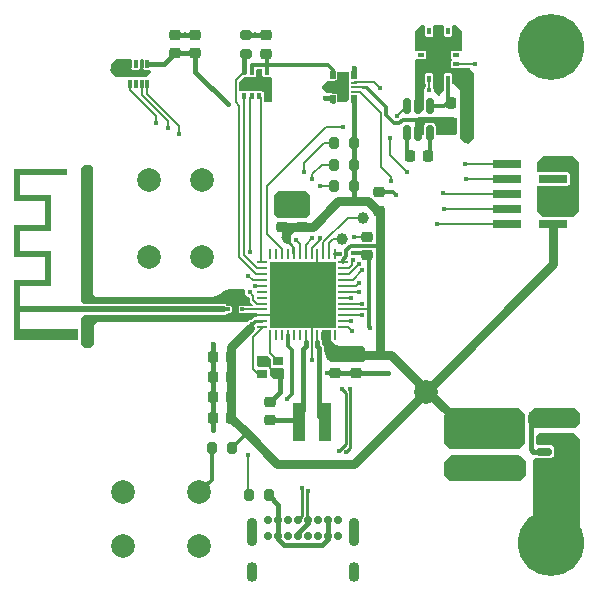
<source format=gbr>
%TF.GenerationSoftware,KiCad,Pcbnew,8.0.7*%
%TF.CreationDate,2025-02-04T03:24:01+13:00*%
%TF.ProjectId,Housens-L,486f7573-656e-4732-9d4c-2e6b69636164,002*%
%TF.SameCoordinates,Original*%
%TF.FileFunction,Copper,L1,Top*%
%TF.FilePolarity,Positive*%
%FSLAX46Y46*%
G04 Gerber Fmt 4.6, Leading zero omitted, Abs format (unit mm)*
G04 Created by KiCad (PCBNEW 8.0.7) date 2025-02-04 03:24:01*
%MOMM*%
%LPD*%
G01*
G04 APERTURE LIST*
G04 Aperture macros list*
%AMRoundRect*
0 Rectangle with rounded corners*
0 $1 Rounding radius*
0 $2 $3 $4 $5 $6 $7 $8 $9 X,Y pos of 4 corners*
0 Add a 4 corners polygon primitive as box body*
4,1,4,$2,$3,$4,$5,$6,$7,$8,$9,$2,$3,0*
0 Add four circle primitives for the rounded corners*
1,1,$1+$1,$2,$3*
1,1,$1+$1,$4,$5*
1,1,$1+$1,$6,$7*
1,1,$1+$1,$8,$9*
0 Add four rect primitives between the rounded corners*
20,1,$1+$1,$2,$3,$4,$5,0*
20,1,$1+$1,$4,$5,$6,$7,0*
20,1,$1+$1,$6,$7,$8,$9,0*
20,1,$1+$1,$8,$9,$2,$3,0*%
%AMOutline5P*
0 Free polygon, 5 corners , with rotation*
0 The origin of the aperture is its center*
0 number of corners: always 5*
0 $1 to $10 corner X, Y*
0 $11 Rotation angle, in degrees counterclockwise*
0 create outline with 5 corners*
4,1,5,$1,$2,$3,$4,$5,$6,$7,$8,$9,$10,$1,$2,$11*%
%AMOutline6P*
0 Free polygon, 6 corners , with rotation*
0 The origin of the aperture is its center*
0 number of corners: always 6*
0 $1 to $12 corner X, Y*
0 $13 Rotation angle, in degrees counterclockwise*
0 create outline with 6 corners*
4,1,6,$1,$2,$3,$4,$5,$6,$7,$8,$9,$10,$11,$12,$1,$2,$13*%
%AMOutline7P*
0 Free polygon, 7 corners , with rotation*
0 The origin of the aperture is its center*
0 number of corners: always 7*
0 $1 to $14 corner X, Y*
0 $15 Rotation angle, in degrees counterclockwise*
0 create outline with 7 corners*
4,1,7,$1,$2,$3,$4,$5,$6,$7,$8,$9,$10,$11,$12,$13,$14,$1,$2,$15*%
%AMOutline8P*
0 Free polygon, 8 corners , with rotation*
0 The origin of the aperture is its center*
0 number of corners: always 8*
0 $1 to $16 corner X, Y*
0 $17 Rotation angle, in degrees counterclockwise*
0 create outline with 8 corners*
4,1,8,$1,$2,$3,$4,$5,$6,$7,$8,$9,$10,$11,$12,$13,$14,$15,$16,$1,$2,$17*%
G04 Aperture macros list end*
%TA.AperFunction,EtchedComponent*%
%ADD10C,0.000000*%
%TD*%
%TA.AperFunction,SMDPad,CuDef*%
%ADD11R,0.300000X0.300000*%
%TD*%
%TA.AperFunction,SMDPad,CuDef*%
%ADD12RoundRect,0.225000X-0.225000X-0.250000X0.225000X-0.250000X0.225000X0.250000X-0.225000X0.250000X0*%
%TD*%
%TA.AperFunction,SMDPad,CuDef*%
%ADD13RoundRect,0.200000X0.200000X0.275000X-0.200000X0.275000X-0.200000X-0.275000X0.200000X-0.275000X0*%
%TD*%
%TA.AperFunction,ConnectorPad*%
%ADD14R,0.500000X0.500000*%
%TD*%
%TA.AperFunction,ComponentPad*%
%ADD15R,0.900000X0.900000*%
%TD*%
%TA.AperFunction,SMDPad,CuDef*%
%ADD16RoundRect,0.225000X-0.250000X0.225000X-0.250000X-0.225000X0.250000X-0.225000X0.250000X0.225000X0*%
%TD*%
%TA.AperFunction,SMDPad,CuDef*%
%ADD17RoundRect,0.225000X0.225000X0.250000X-0.225000X0.250000X-0.225000X-0.250000X0.225000X-0.250000X0*%
%TD*%
%TA.AperFunction,ComponentPad*%
%ADD18C,5.600000*%
%TD*%
%TA.AperFunction,SMDPad,CuDef*%
%ADD19R,0.500000X0.325000*%
%TD*%
%TA.AperFunction,SMDPad,CuDef*%
%ADD20R,0.500000X0.250000*%
%TD*%
%TA.AperFunction,SMDPad,CuDef*%
%ADD21Outline5P,-0.475000X1.085000X-0.285000X1.275000X0.475000X1.275000X0.475000X-1.275000X-0.475000X-1.275000X180.000000*%
%TD*%
%TA.AperFunction,SMDPad,CuDef*%
%ADD22RoundRect,0.150000X-0.150000X0.512500X-0.150000X-0.512500X0.150000X-0.512500X0.150000X0.512500X0*%
%TD*%
%TA.AperFunction,SMDPad,CuDef*%
%ADD23RoundRect,0.225000X0.250000X-0.225000X0.250000X0.225000X-0.250000X0.225000X-0.250000X-0.225000X0*%
%TD*%
%TA.AperFunction,SMDPad,CuDef*%
%ADD24R,0.550000X0.300000*%
%TD*%
%TA.AperFunction,SMDPad,CuDef*%
%ADD25R,0.300000X0.550000*%
%TD*%
%TA.AperFunction,SMDPad,CuDef*%
%ADD26R,0.300000X0.720000*%
%TD*%
%TA.AperFunction,SMDPad,CuDef*%
%ADD27R,0.900000X0.800000*%
%TD*%
%TA.AperFunction,SMDPad,CuDef*%
%ADD28RoundRect,0.062500X-0.062500X0.375000X-0.062500X-0.375000X0.062500X-0.375000X0.062500X0.375000X0*%
%TD*%
%TA.AperFunction,SMDPad,CuDef*%
%ADD29RoundRect,0.062500X-0.375000X0.062500X-0.375000X-0.062500X0.375000X-0.062500X0.375000X0.062500X0*%
%TD*%
%TA.AperFunction,HeatsinkPad*%
%ADD30C,0.500000*%
%TD*%
%TA.AperFunction,HeatsinkPad*%
%ADD31R,5.600000X5.600000*%
%TD*%
%TA.AperFunction,SMDPad,CuDef*%
%ADD32R,0.350000X0.500000*%
%TD*%
%TA.AperFunction,SMDPad,CuDef*%
%ADD33RoundRect,0.150000X0.512500X0.150000X-0.512500X0.150000X-0.512500X-0.150000X0.512500X-0.150000X0*%
%TD*%
%TA.AperFunction,SMDPad,CuDef*%
%ADD34C,2.000000*%
%TD*%
%TA.AperFunction,SMDPad,CuDef*%
%ADD35R,2.400000X0.740000*%
%TD*%
%TA.AperFunction,SMDPad,CuDef*%
%ADD36RoundRect,0.200000X-0.200000X-0.275000X0.200000X-0.275000X0.200000X0.275000X-0.200000X0.275000X0*%
%TD*%
%TA.AperFunction,SMDPad,CuDef*%
%ADD37RoundRect,0.200000X0.275000X-0.200000X0.275000X0.200000X-0.275000X0.200000X-0.275000X-0.200000X0*%
%TD*%
%TA.AperFunction,SMDPad,CuDef*%
%ADD38R,3.200000X1.000000*%
%TD*%
%TA.AperFunction,ComponentPad*%
%ADD39C,0.700000*%
%TD*%
%TA.AperFunction,ComponentPad*%
%ADD40O,0.900000X2.400000*%
%TD*%
%TA.AperFunction,ComponentPad*%
%ADD41O,0.900000X1.700000*%
%TD*%
%TA.AperFunction,ComponentPad*%
%ADD42C,2.000000*%
%TD*%
%TA.AperFunction,SMDPad,CuDef*%
%ADD43R,1.000000X3.200000*%
%TD*%
%TA.AperFunction,ComponentPad*%
%ADD44C,1.000000*%
%TD*%
%TA.AperFunction,ViaPad*%
%ADD45C,0.400000*%
%TD*%
%TA.AperFunction,ViaPad*%
%ADD46C,0.450000*%
%TD*%
%TA.AperFunction,ViaPad*%
%ADD47C,0.500000*%
%TD*%
%TA.AperFunction,Conductor*%
%ADD48C,0.300000*%
%TD*%
%TA.AperFunction,Conductor*%
%ADD49C,0.200000*%
%TD*%
%TA.AperFunction,Conductor*%
%ADD50C,0.400000*%
%TD*%
%TA.AperFunction,Conductor*%
%ADD51C,0.600000*%
%TD*%
%TA.AperFunction,Conductor*%
%ADD52C,0.800000*%
%TD*%
%TA.AperFunction,Conductor*%
%ADD53C,0.250000*%
%TD*%
%TA.AperFunction,Conductor*%
%ADD54C,0.500000*%
%TD*%
%TA.AperFunction,Conductor*%
%ADD55C,0.275000*%
%TD*%
G04 APERTURE END LIST*
D10*
%TA.AperFunction,EtchedComponent*%
%TO.C,AE1*%
G36*
X65015000Y-94900000D02*
G01*
X61075000Y-94900000D01*
X61075000Y-96600000D01*
X63715000Y-96600000D01*
X63715000Y-99600000D01*
X61075000Y-99600000D01*
X61075000Y-101300000D01*
X63715000Y-101300000D01*
X63715000Y-104300000D01*
X61075000Y-104300000D01*
X61075000Y-106000000D01*
X65975000Y-106000000D01*
X65975000Y-106500000D01*
X61075000Y-106500000D01*
X61075000Y-107900000D01*
X65975000Y-107900000D01*
X65975000Y-108800000D01*
X65731785Y-108800000D01*
X60575000Y-108800000D01*
X60575000Y-108357267D01*
X65577018Y-108357267D01*
X65584908Y-108405353D01*
X65601814Y-108438245D01*
X65638584Y-108473185D01*
X65683378Y-108492847D01*
X65731785Y-108497583D01*
X65779395Y-108487742D01*
X65821797Y-108463674D01*
X65854581Y-108425731D01*
X65858935Y-108417819D01*
X65871043Y-108375156D01*
X65870300Y-108326637D01*
X65857400Y-108281122D01*
X65846787Y-108262511D01*
X65811553Y-108228868D01*
X65766368Y-108208309D01*
X65716842Y-108201778D01*
X65668583Y-108210218D01*
X65636357Y-108227112D01*
X65603687Y-108262372D01*
X65583592Y-108307682D01*
X65577018Y-108357267D01*
X60575000Y-108357267D01*
X60575000Y-103800000D01*
X63215000Y-103800000D01*
X63215000Y-101800000D01*
X60575000Y-101800000D01*
X60575000Y-99100000D01*
X63215000Y-99100000D01*
X63215000Y-97100000D01*
X60575000Y-97100000D01*
X60575000Y-94400000D01*
X65015000Y-94400000D01*
X65015000Y-94900000D01*
G37*
%TD.AperFunction*%
%TD*%
D11*
%TO.P,U8,1,OUT*%
%TO.N,Net-(AE1-A)*%
X78700000Y-106250000D03*
%TO.P,U8,2,GND*%
%TO.N,GND*%
X79287000Y-106250000D03*
%TO.P,U8,3,IN*%
%TO.N,Net-(U4-RF1)*%
X79874000Y-106250000D03*
%TO.P,U8,4,GND*%
%TO.N,GND*%
X79874000Y-105750000D03*
%TO.P,U8,5,GND*%
X79287000Y-105750000D03*
%TO.P,U8,6,GND*%
X78700000Y-105750000D03*
%TD*%
D12*
%TO.P,C20,1*%
%TO.N,Net-(U5-VDD)*%
X97525000Y-88800000D03*
%TO.P,C20,2*%
%TO.N,GND*%
X99075000Y-88800000D03*
%TD*%
D13*
%TO.P,R2,1*%
%TO.N,+1V8*%
X89300000Y-92200000D03*
%TO.P,R2,2*%
%TO.N,/I2C1_SDA*%
X87650000Y-92200000D03*
%TD*%
D14*
%TO.P,AE1,1,A*%
%TO.N,Net-(AE1-A)*%
X65725000Y-106250000D03*
D15*
%TO.P,AE1,2*%
%TO.N,N/C*%
X65525000Y-108350000D03*
%TD*%
D16*
%TO.P,C8,1*%
%TO.N,+1V8*%
X89525000Y-110075000D03*
%TO.P,C8,2*%
%TO.N,GND*%
X89525000Y-111625000D03*
%TD*%
D17*
%TO.P,C16,1*%
%TO.N,+1V8*%
X78950000Y-113706250D03*
%TO.P,C16,2*%
%TO.N,GND*%
X77400000Y-113706250D03*
%TD*%
D18*
%TO.P,H2,1,1*%
%TO.N,GND*%
X106000000Y-84000000D03*
%TD*%
D19*
%TO.P,U7,1,V_{IN1}*%
%TO.N,+1V8*%
X89300000Y-88600000D03*
%TO.P,U7,2,V_{IN1}*%
X89300000Y-88275000D03*
D20*
%TO.P,U7,3,~{EN_{1}}*%
%TO.N,/~{LIGHT_EN}*%
X89300000Y-87837500D03*
%TO.P,U7,4,V_{BIAS}*%
%TO.N,+BATT*%
X89300000Y-87437500D03*
%TO.P,U7,5,~{EN_{2}}*%
%TO.N,/~{ATMO_EN}*%
X89300000Y-87037500D03*
D19*
%TO.P,U7,6,V_{IN2}*%
%TO.N,+1V8*%
X89300000Y-86600000D03*
%TO.P,U7,7,V_{IN2}*%
X89300000Y-86275000D03*
%TO.P,U7,8,V_{OUT2}*%
%TO.N,Net-(U2-VDD)*%
X87600000Y-86275000D03*
%TO.P,U7,9,V_{OUT2}*%
X87600000Y-86600000D03*
D20*
%TO.P,U7,10,SS_{2}*%
%TO.N,GND*%
X87600000Y-87037500D03*
%TO.P,U7,11,GND*%
X87600000Y-87437500D03*
%TO.P,U7,12,SS_{1}*%
X87600000Y-87837500D03*
D19*
%TO.P,U7,13,V_{OUT1}*%
%TO.N,Net-(U3-VDD)*%
X87600000Y-88275000D03*
%TO.P,U7,14,V_{OUT1}*%
X87600000Y-88600000D03*
D21*
%TO.P,U7,15,GND*%
%TO.N,GND*%
X88450000Y-87437500D03*
%TD*%
D17*
%TO.P,C15,1*%
%TO.N,+1V8*%
X78950000Y-115416250D03*
%TO.P,C15,2*%
%TO.N,GND*%
X77400000Y-115416250D03*
%TD*%
D22*
%TO.P,U6,1,V_{out}*%
%TO.N,Net-(U5-VDD)*%
X95750000Y-89025000D03*
%TO.P,U6,2,GND*%
%TO.N,GND*%
X94800000Y-89025000D03*
%TO.P,U6,3,~{EN}*%
%TO.N,/~{CO2_EN}*%
X93850000Y-89025000D03*
%TO.P,U6,4,C_{pump-}*%
%TO.N,Net-(U6-C_{pump-})*%
X93850000Y-91300000D03*
%TO.P,U6,5,V_{in}*%
%TO.N,+BATT*%
X94800000Y-91300000D03*
%TO.P,U6,6,C_{pump+}*%
%TO.N,Net-(U6-C_{pump+})*%
X95750000Y-91300000D03*
%TD*%
D23*
%TO.P,C1,1*%
%TO.N,+BATT*%
X107500000Y-117275000D03*
%TO.P,C1,2*%
%TO.N,GND*%
X107500000Y-115725000D03*
%TD*%
D24*
%TO.P,U5,1,GND*%
%TO.N,GND*%
X95000000Y-83900000D03*
%TO.P,U5,2*%
%TO.N,N/C*%
X95000000Y-84700000D03*
%TO.P,U5,3,ADDR*%
%TO.N,GND*%
X95000000Y-85500000D03*
D25*
%TO.P,U5,4,SCL*%
%TO.N,/I2C1_SCL*%
X95700000Y-86700000D03*
%TO.P,U5,5,GND*%
%TO.N,GND*%
X96500000Y-86700000D03*
%TO.P,U5,6,VDD*%
%TO.N,Net-(U5-VDD)*%
X97300000Y-86700000D03*
D24*
%TO.P,U5,7,SDA*%
%TO.N,/I2C1_SDA*%
X98000000Y-85500000D03*
%TO.P,U5,8*%
%TO.N,N/C*%
X98000000Y-84700000D03*
%TO.P,U5,9,GND*%
%TO.N,GND*%
X98000000Y-83900000D03*
D25*
%TO.P,U5,10*%
%TO.N,N/C*%
X97300000Y-82700000D03*
%TO.P,U5,11,GND*%
%TO.N,GND*%
X96500000Y-82700000D03*
%TO.P,U5,12*%
%TO.N,N/C*%
X95700000Y-82700000D03*
%TD*%
D26*
%TO.P,U3,1,VDD*%
%TO.N,Net-(U3-VDD)*%
X71850000Y-85430000D03*
%TO.P,U3,2,ADDR*%
%TO.N,GND*%
X71350000Y-85430000D03*
%TO.P,U3,3*%
%TO.N,N/C*%
X70850000Y-85430000D03*
%TO.P,U3,4,GND*%
%TO.N,GND*%
X70350000Y-85430000D03*
%TO.P,U3,5,SCL*%
%TO.N,/I2C1_SCL*%
X70350000Y-87150000D03*
%TO.P,U3,6*%
%TO.N,N/C*%
X70850000Y-87150000D03*
%TO.P,U3,7,INT*%
%TO.N,/OPT_INT*%
X71350000Y-87150000D03*
%TO.P,U3,8,SDA*%
%TO.N,/I2C1_SDA*%
X71850000Y-87150000D03*
%TD*%
D23*
%TO.P,C6,1*%
%TO.N,Net-(U4-VFBSMPS)*%
X82262500Y-115625000D03*
%TO.P,C6,2*%
%TO.N,GND*%
X82262500Y-114075000D03*
%TD*%
D27*
%TO.P,Y1,1,1*%
%TO.N,Net-(U4-OSC_IN)*%
X82937500Y-110600000D03*
%TO.P,Y1,2,2*%
%TO.N,GND*%
X81537500Y-110600000D03*
%TO.P,Y1,3,3*%
%TO.N,Net-(U4-OSC_OUT)*%
X81537500Y-111700000D03*
%TO.P,Y1,4,4*%
%TO.N,GND*%
X82937500Y-111700000D03*
%TD*%
D13*
%TO.P,R3,1*%
%TO.N,+1V8*%
X89300000Y-94000000D03*
%TO.P,R3,2*%
%TO.N,/OPT_INT*%
X87650000Y-94000000D03*
%TD*%
D23*
%TO.P,C4,1*%
%TO.N,Net-(U3-VDD)*%
X75900000Y-84550000D03*
%TO.P,C4,2*%
%TO.N,GND*%
X75900000Y-83000000D03*
%TD*%
D28*
%TO.P,U4,1,VBAT*%
%TO.N,+BATT*%
X87750000Y-101562500D03*
%TO.P,U4,2,PC14*%
%TO.N,Net-(U4-PC14)*%
X87250000Y-101562500D03*
%TO.P,U4,3,PC15*%
%TO.N,Net-(U4-PC15)*%
X86750000Y-101562500D03*
%TO.P,U4,4,PH3*%
%TO.N,GND*%
X86250000Y-101562500D03*
%TO.P,U4,5,PB8*%
%TO.N,/I2C1_SCL*%
X85750000Y-101562500D03*
%TO.P,U4,6,PB9*%
%TO.N,/OPT_INT*%
X85250000Y-101562500D03*
%TO.P,U4,7,NRST*%
%TO.N,Net-(U4-NRST)*%
X84750000Y-101562500D03*
%TO.P,U4,8,VDDA*%
%TO.N,+1V8*%
X84250000Y-101562500D03*
%TO.P,U4,9,PA0*%
%TO.N,unconnected-(U4-PA0-Pad9)*%
X83750000Y-101562500D03*
%TO.P,U4,10,PA1*%
%TO.N,/~{ATMO_EN}*%
X83250000Y-101562500D03*
%TO.P,U4,11,PA2*%
%TO.N,/FUEL_ADC*%
X82750000Y-101562500D03*
%TO.P,U4,12,PA3*%
%TO.N,/FUEL_CTL*%
X82250000Y-101562500D03*
D29*
%TO.P,U4,13,PA4*%
%TO.N,/SPI1_CS*%
X81562500Y-102250000D03*
%TO.P,U4,14,PA5*%
%TO.N,/SPI1_CLK*%
X81562500Y-102750000D03*
%TO.P,U4,15,PA6*%
%TO.N,/SPI1_SDI*%
X81562500Y-103250000D03*
%TO.P,U4,16,PA7*%
%TO.N,/SPI1_SDO*%
X81562500Y-103750000D03*
%TO.P,U4,17,PA8*%
%TO.N,/USB_DETECT*%
X81562500Y-104250000D03*
%TO.P,U4,18,PA9*%
%TO.N,unconnected-(U4-PA9-Pad18)*%
X81562500Y-104750000D03*
%TO.P,U4,19,PB2*%
%TO.N,unconnected-(U4-PB2-Pad19)*%
X81562500Y-105250000D03*
%TO.P,U4,20,VDD*%
%TO.N,+1V8*%
X81562500Y-105750000D03*
%TO.P,U4,21,RF1*%
%TO.N,Net-(U4-RF1)*%
X81562500Y-106250000D03*
%TO.P,U4,22,VSSRF*%
%TO.N,GND*%
X81562500Y-106750000D03*
%TO.P,U4,23,VDDRF*%
%TO.N,+1V8*%
X81562500Y-107250000D03*
%TO.P,U4,24,OSC_OUT*%
%TO.N,Net-(U4-OSC_OUT)*%
X81562500Y-107750000D03*
D28*
%TO.P,U4,25,OSC_IN*%
%TO.N,Net-(U4-OSC_IN)*%
X82250000Y-108437500D03*
%TO.P,U4,26,AT0*%
%TO.N,unconnected-(U4-AT0-Pad26)*%
X82750000Y-108437500D03*
%TO.P,U4,27,AT1*%
%TO.N,unconnected-(U4-AT1-Pad27)*%
X83250000Y-108437500D03*
%TO.P,U4,28,PB0*%
%TO.N,/USER_BTN*%
X83750000Y-108437500D03*
%TO.P,U4,29,PB1*%
%TO.N,unconnected-(U4-PB1-Pad29)*%
X84250000Y-108437500D03*
%TO.P,U4,30,PE4*%
%TO.N,unconnected-(U4-PE4-Pad30)*%
X84750000Y-108437500D03*
%TO.P,U4,31,VFBSMPS*%
%TO.N,Net-(U4-VFBSMPS)*%
X85250000Y-108437500D03*
%TO.P,U4,32,VSSSMPS*%
%TO.N,GND*%
X85750000Y-108437500D03*
%TO.P,U4,33,VLXSMPS*%
%TO.N,Net-(U4-VLXSMPS)*%
X86250000Y-108437500D03*
%TO.P,U4,34,VDDSMPS*%
%TO.N,+1V8*%
X86750000Y-108437500D03*
%TO.P,U4,35,VDD*%
X87250000Y-108437500D03*
%TO.P,U4,36,PA10*%
%TO.N,unconnected-(U4-PA10-Pad36)*%
X87750000Y-108437500D03*
D29*
%TO.P,U4,37,PA11*%
%TO.N,/USB_D_N*%
X88437500Y-107750000D03*
%TO.P,U4,38,PA12*%
%TO.N,/USB_D_P*%
X88437500Y-107250000D03*
%TO.P,U4,39,PA13*%
%TO.N,/SWDIO_JTMS*%
X88437500Y-106750000D03*
%TO.P,U4,40,VDDUSB*%
%TO.N,+BATT*%
X88437500Y-106250000D03*
%TO.P,U4,41,PA14*%
%TO.N,/SWCLK_JTCK*%
X88437500Y-105750000D03*
%TO.P,U4,42,PA15*%
%TO.N,/JTDI*%
X88437500Y-105250000D03*
%TO.P,U4,43,PB3*%
%TO.N,/SWTRACE_JTDO*%
X88437500Y-104750000D03*
%TO.P,U4,44,PB4*%
%TO.N,/JTRST*%
X88437500Y-104250000D03*
%TO.P,U4,45,PB5*%
%TO.N,/~{CO2_EN}*%
X88437500Y-103750000D03*
%TO.P,U4,46,PB6*%
%TO.N,/~{LIGHT_EN}*%
X88437500Y-103250000D03*
%TO.P,U4,47,PB7*%
%TO.N,/I2C1_SDA*%
X88437500Y-102750000D03*
%TO.P,U4,48,VDD*%
%TO.N,+1V8*%
X88437500Y-102250000D03*
D30*
%TO.P,U4,49,VSS*%
%TO.N,GND*%
X87550000Y-102450000D03*
X86275000Y-102450000D03*
X85000000Y-102450000D03*
X83725000Y-102450000D03*
X82450000Y-102450000D03*
X87550000Y-103725000D03*
X86275000Y-103725000D03*
X85000000Y-103725000D03*
X83725000Y-103725000D03*
X82450000Y-103725000D03*
X87550000Y-105000000D03*
X86275000Y-105000000D03*
X85000000Y-105000000D03*
D31*
X85000000Y-105000000D03*
D30*
X83725000Y-105000000D03*
X82450000Y-105000000D03*
X87550000Y-106275000D03*
X86275000Y-106275000D03*
X85000000Y-106275000D03*
X83725000Y-106275000D03*
X82450000Y-106275000D03*
X87550000Y-107550000D03*
X86275000Y-107550000D03*
X85000000Y-107550000D03*
X83725000Y-107550000D03*
X82450000Y-107550000D03*
%TD*%
D18*
%TO.P,H3,1,1*%
%TO.N,+BATT*%
X106000000Y-126000000D03*
%TD*%
D32*
%TO.P,U2,1,GND*%
%TO.N,GND*%
X81967461Y-88205648D03*
%TO.P,U2,2,CSB*%
%TO.N,/SPI1_CS*%
X81317461Y-88205648D03*
%TO.P,U2,3,SDI*%
%TO.N,/SPI1_SDO*%
X80667461Y-88205648D03*
%TO.P,U2,4,SCK*%
%TO.N,/SPI1_CLK*%
X80017461Y-88205648D03*
%TO.P,U2,5,SDO*%
%TO.N,/SPI1_SDI*%
X80017461Y-86155648D03*
%TO.P,U2,6,VDDIO*%
%TO.N,Net-(U2-VDD)*%
X80667461Y-86155648D03*
%TO.P,U2,7,GND*%
%TO.N,GND*%
X81317461Y-86155648D03*
%TO.P,U2,8,VDD*%
%TO.N,Net-(U2-VDD)*%
X81967461Y-86155648D03*
%TD*%
D23*
%TO.P,C11,1*%
%TO.N,+1V8*%
X83237500Y-99250000D03*
%TO.P,C11,2*%
%TO.N,GND*%
X83237500Y-97700000D03*
%TD*%
D12*
%TO.P,C2,1*%
%TO.N,+1V8*%
X103025000Y-115350000D03*
%TO.P,C2,2*%
%TO.N,GND*%
X104575000Y-115350000D03*
%TD*%
D33*
%TO.P,U1,1,V_{IN}*%
%TO.N,+BATT*%
X105400000Y-119250000D03*
%TO.P,U1,2,GND*%
%TO.N,GND*%
X105400000Y-118300000D03*
%TO.P,U1,3,~{SHDN}*%
%TO.N,+BATT*%
X105400000Y-117350000D03*
%TO.P,U1,4,V_{FB}*%
%TO.N,+1V8*%
X103125000Y-117350000D03*
%TO.P,U1,5,L_{X}*%
%TO.N,Net-(U1-L_{X})*%
X103125000Y-119250000D03*
%TD*%
D23*
%TO.P,C9,1*%
%TO.N,+1V8*%
X91450000Y-97875000D03*
%TO.P,C9,2*%
%TO.N,GND*%
X91450000Y-96325000D03*
%TD*%
%TO.P,C12,1*%
%TO.N,+1V8*%
X84937500Y-99250000D03*
%TO.P,C12,2*%
%TO.N,GND*%
X84937500Y-97700000D03*
%TD*%
D17*
%TO.P,C10,1*%
%TO.N,+1V8*%
X78950000Y-110293750D03*
%TO.P,C10,2*%
%TO.N,GND*%
X77400000Y-110293750D03*
%TD*%
D12*
%TO.P,C19,1*%
%TO.N,+BATT*%
X97525000Y-91000000D03*
%TO.P,C19,2*%
%TO.N,GND*%
X99075000Y-91000000D03*
%TD*%
D34*
%TO.P,TP1,1,1*%
%TO.N,+1V8*%
X95400000Y-113200000D03*
%TD*%
D35*
%TO.P,J1,1,VTref*%
%TO.N,+1V8*%
X106200000Y-99000000D03*
%TO.P,J1,2,SWDIO/TMS*%
%TO.N,/SWDIO_JTMS*%
X102300000Y-99000000D03*
%TO.P,J1,3,GND*%
%TO.N,GND*%
X106200000Y-97730000D03*
%TO.P,J1,4,SWCLK/TCK*%
%TO.N,/SWCLK_JTCK*%
X102300000Y-97730000D03*
%TO.P,J1,5,GND*%
%TO.N,GND*%
X106200000Y-96460000D03*
%TO.P,J1,6,SWO/TDO*%
%TO.N,/SWTRACE_JTDO*%
X102300000Y-96460000D03*
%TO.P,J1,7,KEY*%
%TO.N,unconnected-(J1-KEY-Pad7)*%
X106200000Y-95190000D03*
%TO.P,J1,8,NC/TDI*%
%TO.N,/JTDI*%
X102300000Y-95190000D03*
%TO.P,J1,9,GNDDetect*%
%TO.N,GND*%
X106200000Y-93920000D03*
%TO.P,J1,10,~{RESET}*%
%TO.N,/JTRST*%
X102300000Y-93920000D03*
%TD*%
D36*
%TO.P,R5,1*%
%TO.N,/USB_DETECT*%
X80475000Y-122000000D03*
%TO.P,R5,2*%
%TO.N,Net-(J2-VBUS-PadA4)*%
X82125000Y-122000000D03*
%TD*%
D23*
%TO.P,C14,1*%
%TO.N,+BATT*%
X90400000Y-101650000D03*
%TO.P,C14,2*%
%TO.N,GND*%
X90400000Y-100100000D03*
%TD*%
D37*
%TO.P,R4,1*%
%TO.N,/SPI1_SDI*%
X80157461Y-84645648D03*
%TO.P,R4,2*%
%TO.N,GND*%
X80157461Y-82995648D03*
%TD*%
D16*
%TO.P,C13,1*%
%TO.N,+1V8*%
X87725000Y-110075000D03*
%TO.P,C13,2*%
%TO.N,GND*%
X87725000Y-111625000D03*
%TD*%
D38*
%TO.P,L1,1,1*%
%TO.N,Net-(U1-L_{X})*%
X99400000Y-119450000D03*
%TO.P,L1,2,2*%
%TO.N,+1V8*%
X99400000Y-117250000D03*
%TD*%
D13*
%TO.P,R9,1*%
%TO.N,+1V8*%
X79000000Y-118000000D03*
%TO.P,R9,2*%
%TO.N,/USER_BTN*%
X77350000Y-118000000D03*
%TD*%
D12*
%TO.P,C18,1*%
%TO.N,Net-(U6-C_{pump-})*%
X94050000Y-93250000D03*
%TO.P,C18,2*%
%TO.N,Net-(U6-C_{pump+})*%
X95600000Y-93250000D03*
%TD*%
D17*
%TO.P,C7,1*%
%TO.N,+1V8*%
X78950000Y-111993750D03*
%TO.P,C7,2*%
%TO.N,GND*%
X77400000Y-111993750D03*
%TD*%
D39*
%TO.P,J2,A1,GND*%
%TO.N,GND*%
X82050000Y-124100000D03*
%TO.P,J2,A4,VBUS*%
%TO.N,Net-(J2-VBUS-PadA4)*%
X82900000Y-124100000D03*
%TO.P,J2,A5,CC1*%
%TO.N,unconnected-(J2-CC1-PadA5)*%
X83750000Y-124100000D03*
%TO.P,J2,A6,D+*%
%TO.N,/USB_D_P*%
X84600000Y-124100000D03*
%TO.P,J2,A7,D-*%
%TO.N,/USB_D_N*%
X85450000Y-124100000D03*
%TO.P,J2,A8*%
%TO.N,N/C*%
X86300000Y-124100000D03*
%TO.P,J2,A9,VBUS*%
%TO.N,Net-(J2-VBUS-PadA4)*%
X87150000Y-124100000D03*
%TO.P,J2,A12,GND*%
%TO.N,GND*%
X88000000Y-124100000D03*
%TO.P,J2,B1,GND*%
X88000000Y-125450000D03*
%TO.P,J2,B4,VBUS*%
%TO.N,Net-(J2-VBUS-PadA4)*%
X87150000Y-125450000D03*
%TO.P,J2,B5,CC2*%
%TO.N,unconnected-(J2-CC2-PadB5)*%
X86300000Y-125450000D03*
%TO.P,J2,B6,D+*%
%TO.N,/USB_D_P*%
X85450000Y-125450000D03*
%TO.P,J2,B7,D-*%
%TO.N,/USB_D_N*%
X84600000Y-125450000D03*
%TO.P,J2,B8*%
%TO.N,N/C*%
X83750000Y-125450000D03*
%TO.P,J2,B9,VBUS*%
%TO.N,Net-(J2-VBUS-PadA4)*%
X82900000Y-125450000D03*
%TO.P,J2,B12,GND*%
%TO.N,GND*%
X82050000Y-125450000D03*
D40*
%TO.P,J2,S1,SHIELD*%
X80700000Y-125080000D03*
D41*
X80700000Y-128460000D03*
D40*
X89350000Y-125080000D03*
D41*
X89350000Y-128460000D03*
%TD*%
D13*
%TO.P,R1,1*%
%TO.N,+1V8*%
X89300000Y-95800000D03*
%TO.P,R1,2*%
%TO.N,/I2C1_SCL*%
X87650000Y-95800000D03*
%TD*%
D23*
%TO.P,C5,1*%
%TO.N,Net-(U3-VDD)*%
X74175000Y-84550000D03*
%TO.P,C5,2*%
%TO.N,GND*%
X74175000Y-83000000D03*
%TD*%
D42*
%TO.P,SW2,1,1*%
%TO.N,GND*%
X76250000Y-126250000D03*
X69750000Y-126250000D03*
%TO.P,SW2,2,2*%
%TO.N,/USER_BTN*%
X76250000Y-121750000D03*
X69750000Y-121750000D03*
%TD*%
D43*
%TO.P,L2,1,1*%
%TO.N,Net-(U4-VFBSMPS)*%
X84662500Y-115750000D03*
%TO.P,L2,2,2*%
%TO.N,Net-(U4-VLXSMPS)*%
X86862500Y-115750000D03*
%TD*%
D23*
%TO.P,C3,1*%
%TO.N,Net-(U2-VDD)*%
X81867461Y-84600648D03*
%TO.P,C3,2*%
%TO.N,GND*%
X81867461Y-83050648D03*
%TD*%
D44*
%TO.P,Y2,1*%
%TO.N,Net-(U4-PC14)*%
X88300000Y-100300000D03*
%TO.P,Y2,2*%
%TO.N,Net-(U4-PC15)*%
X90096051Y-98503949D03*
%TD*%
D42*
%TO.P,SW1,1,1*%
%TO.N,GND*%
X72000000Y-95300000D03*
X72000000Y-101800000D03*
%TO.P,SW1,2,2*%
%TO.N,Net-(U4-NRST)*%
X76500000Y-95300000D03*
X76500000Y-101800000D03*
%TD*%
D45*
%TO.N,+BATT*%
X89263909Y-101463909D03*
X97900000Y-90200000D03*
X88150000Y-101540000D03*
X90700000Y-107800000D03*
D46*
%TO.N,GND*%
X72650000Y-107000000D03*
D45*
X81500000Y-87200000D03*
D46*
X66700000Y-96177778D03*
X79874997Y-104800000D03*
X71808333Y-107000000D03*
D45*
X106000000Y-115900000D03*
D46*
X78502778Y-107000000D03*
D45*
X84100000Y-97100000D03*
X106800000Y-115000000D03*
X85750000Y-110500000D03*
D47*
X81000000Y-83000000D03*
D45*
X80300000Y-87200000D03*
D46*
X66738889Y-105500000D03*
X66700000Y-94497222D03*
X76850000Y-107000000D03*
X66750000Y-107850000D03*
X66700000Y-99538889D03*
X74301389Y-105500000D03*
X66700000Y-103740278D03*
X75141667Y-105500000D03*
X73488889Y-107000000D03*
D45*
X86850000Y-87450000D03*
D46*
X66700000Y-102059722D03*
D45*
X77400000Y-109200000D03*
D46*
X76009722Y-107000000D03*
D47*
X98975000Y-91975000D03*
D46*
X66700000Y-102900000D03*
D45*
X83112500Y-113225000D03*
D46*
X66700000Y-97018056D03*
D45*
X84600000Y-96550000D03*
X77400000Y-116500000D03*
D46*
X79343056Y-107000000D03*
X70940278Y-105500000D03*
X67579167Y-105500000D03*
D45*
X96500000Y-83900000D03*
D46*
X70969444Y-107000000D03*
D45*
X77400000Y-111150000D03*
D46*
X70129167Y-107000000D03*
X77662500Y-105500000D03*
X66700000Y-95337500D03*
X80183334Y-107000000D03*
X68419445Y-105500000D03*
D47*
X75000000Y-83000000D03*
D46*
X79100000Y-104800000D03*
D45*
X77400000Y-112850000D03*
D46*
X72620834Y-105500000D03*
X66700000Y-101219445D03*
D45*
X87075000Y-111625000D03*
D46*
X66700000Y-104580556D03*
D45*
X98975000Y-85975000D03*
D46*
X71780556Y-105500000D03*
X68448611Y-107000000D03*
X70100000Y-105500000D03*
X66750000Y-108690278D03*
D45*
X77400000Y-114550000D03*
D46*
X66700000Y-98698611D03*
D47*
X107975000Y-94975000D03*
D46*
X66700000Y-100379167D03*
D45*
X104500000Y-118300000D03*
D47*
X107975000Y-97975000D03*
D46*
X69259723Y-105500000D03*
X67608333Y-107000000D03*
X66700000Y-97858333D03*
D45*
X83593199Y-96550000D03*
X96500000Y-87700000D03*
D46*
X77662500Y-107000000D03*
X76822223Y-105500000D03*
X69288889Y-107000000D03*
D45*
X98600000Y-90000000D03*
D46*
X75981945Y-105500000D03*
X66750000Y-107000000D03*
D45*
X104300000Y-117000000D03*
X92900000Y-96592894D03*
D46*
X74329167Y-107000000D03*
X73461112Y-105500000D03*
D45*
X92200000Y-111625000D03*
X89300000Y-100100000D03*
X96500000Y-85500000D03*
D47*
X68974152Y-85971317D03*
D46*
X78350000Y-105050000D03*
X75169444Y-107000000D03*
D45*
%TO.N,+1V8*%
X80500000Y-104800000D03*
X89300000Y-85800000D03*
X89300000Y-90000000D03*
X80700000Y-107500000D03*
X80400000Y-108000000D03*
%TO.N,/I2C1_SCL*%
X95700000Y-87700000D03*
X86420315Y-100199785D03*
X72600000Y-90450000D03*
X86420315Y-95800000D03*
%TO.N,/I2C1_SDA*%
X74550000Y-91422917D03*
X89261831Y-102076263D03*
X85129289Y-94636397D03*
X99600000Y-85500000D03*
%TO.N,Net-(U4-NRST)*%
X84400000Y-100400000D03*
%TO.N,Net-(U3-VDD)*%
X78638909Y-88861091D03*
X86900000Y-88324997D03*
%TO.N,/~{ATMO_EN}*%
X91500000Y-87500000D03*
X88400000Y-90800000D03*
%TO.N,/SWDIO_JTMS*%
X96400000Y-99000000D03*
X89987500Y-106750000D03*
%TO.N,/JTDI*%
X89050000Y-105250000D03*
X98800000Y-95190000D03*
%TO.N,/JTRST*%
X89753424Y-103994520D03*
X98700000Y-93920000D03*
%TO.N,/SWCLK_JTCK*%
X90000000Y-105750000D03*
X96970000Y-97737108D03*
%TO.N,/SWTRACE_JTDO*%
X96866446Y-96426446D03*
X89740380Y-104736826D03*
%TO.N,/USB_D_N*%
X89200000Y-108100000D03*
X89000000Y-113000000D03*
X85452599Y-121623377D03*
X88700000Y-118300000D03*
%TO.N,/USB_D_P*%
X88100000Y-118200000D03*
X88299997Y-113000000D03*
X89062500Y-107250000D03*
X84950000Y-121400000D03*
%TO.N,/OPT_INT*%
X73600000Y-90922917D03*
X85820679Y-95200000D03*
X85820679Y-100220679D03*
%TO.N,/USB_DETECT*%
X80950000Y-104250000D03*
X80400000Y-118600000D03*
%TO.N,/USER_BTN*%
X83700000Y-113800000D03*
%TO.N,/~{LIGHT_EN}*%
X92435396Y-95337396D03*
X89802536Y-102402536D03*
%TO.N,/SPI1_SDO*%
X80500000Y-101366139D03*
X80400000Y-103400000D03*
%TO.N,/~{CO2_EN}*%
X92962500Y-89912500D03*
X90050000Y-102950000D03*
X92388611Y-91694553D03*
X93800000Y-94600000D03*
%TD*%
D48*
%TO.N,+BATT*%
X92712500Y-90462500D02*
X92050000Y-89800000D01*
X95476238Y-90200000D02*
X93452818Y-90200000D01*
X88150000Y-101540000D02*
X87772500Y-101540000D01*
X92050000Y-89112500D02*
X90450000Y-87512500D01*
X97900000Y-90200000D02*
X95476238Y-90200000D01*
D49*
X90600000Y-106250000D02*
X88437500Y-106250000D01*
X90450000Y-87512500D02*
X90387500Y-87450000D01*
D48*
X90600000Y-107700000D02*
X90600000Y-102000000D01*
X94800000Y-90876238D02*
X94800000Y-91300000D01*
X90063909Y-101463909D02*
X89263909Y-101463909D01*
X93452818Y-90200000D02*
X93190318Y-90462500D01*
X92050000Y-89800000D02*
X92050000Y-89112500D01*
X93190318Y-90462500D02*
X92712500Y-90462500D01*
X90600000Y-102000000D02*
X90063909Y-101463909D01*
X90700000Y-107800000D02*
X90600000Y-107700000D01*
X95476238Y-90200000D02*
X94800000Y-90876238D01*
D49*
X90387500Y-87450000D02*
X89478186Y-87450000D01*
D50*
%TO.N,GND*%
X77400000Y-110293750D02*
X77400000Y-115416250D01*
D48*
X87075000Y-111625000D02*
X87725000Y-111625000D01*
X92632106Y-96325000D02*
X92900000Y-96592894D01*
D50*
X88912500Y-111625000D02*
X87725000Y-111625000D01*
D49*
X83112500Y-111800000D02*
X83112500Y-111850000D01*
D50*
X80157461Y-82995648D02*
X81812461Y-82995648D01*
D49*
X104300000Y-117000000D02*
X104300000Y-116500000D01*
X83250000Y-106750000D02*
X85000000Y-105000000D01*
X89525000Y-111625000D02*
X89400000Y-111625000D01*
D50*
X77400000Y-115416250D02*
X77400000Y-116500000D01*
X74175000Y-83000000D02*
X75900000Y-83000000D01*
X105400000Y-118300000D02*
X104500000Y-118300000D01*
D51*
X106200000Y-97730000D02*
X106200000Y-96460000D01*
D49*
X85750000Y-108437500D02*
X85750000Y-105750000D01*
D50*
X104500000Y-118300000D02*
X104300000Y-118100000D01*
X104300000Y-118100000D02*
X104300000Y-115625000D01*
D49*
X86300000Y-101512500D02*
X86250000Y-101562500D01*
X85750000Y-105750000D02*
X85000000Y-105000000D01*
D50*
X83112500Y-113225000D02*
X83112500Y-111850000D01*
D49*
X85750000Y-108437500D02*
X85750000Y-110500000D01*
X87725000Y-111625000D02*
X87725000Y-111650000D01*
D50*
X81812461Y-82995648D02*
X81867461Y-83050648D01*
X83112500Y-113225000D02*
X82262500Y-114075000D01*
X89525000Y-111625000D02*
X88912500Y-111625000D01*
D49*
X86250000Y-101562500D02*
X86250000Y-102425000D01*
D50*
X104300000Y-115625000D02*
X104575000Y-115350000D01*
D49*
X90400000Y-100100000D02*
X89300000Y-100100000D01*
X86250000Y-102425000D02*
X86275000Y-102450000D01*
D48*
X91450000Y-96325000D02*
X92632106Y-96325000D01*
D50*
X77400000Y-110293750D02*
X77400000Y-109200000D01*
X88912500Y-111625000D02*
X92200000Y-111625000D01*
D49*
X81562500Y-106750000D02*
X83250000Y-106750000D01*
D52*
%TO.N,+1V8*%
X89300000Y-119300000D02*
X82833750Y-119300000D01*
X92475000Y-110075000D02*
X95600000Y-113200000D01*
D49*
X80800000Y-105439386D02*
X81110614Y-105750000D01*
D52*
X90600000Y-110075000D02*
X91500000Y-110075000D01*
X78950000Y-109410614D02*
X80525000Y-107835614D01*
X90500000Y-97100000D02*
X88880000Y-97100000D01*
X88880000Y-97100000D02*
X88000000Y-97100000D01*
X90600000Y-110075000D02*
X92475000Y-110075000D01*
D48*
X79000000Y-118000000D02*
X80266875Y-116733125D01*
D50*
X89325000Y-85925000D02*
X89325000Y-86275000D01*
D48*
X88437500Y-102030318D02*
X88700000Y-101767818D01*
D52*
X84100000Y-99250000D02*
X83600000Y-99750000D01*
X91500000Y-100850000D02*
X91500000Y-98100000D01*
X78950000Y-110293750D02*
X78950000Y-109410614D01*
X80266875Y-116733125D02*
X78950000Y-115416250D01*
D50*
X89300000Y-85900000D02*
X89325000Y-85925000D01*
D49*
X81110614Y-105750000D02*
X81562500Y-105750000D01*
D52*
X78950000Y-115416250D02*
X78950000Y-110293750D01*
X88000000Y-97100000D02*
X85850000Y-99250000D01*
D50*
X89300000Y-90000000D02*
X89300000Y-88763186D01*
X89300000Y-96680000D02*
X89300000Y-90000000D01*
D49*
X80800000Y-105100000D02*
X80800000Y-105439386D01*
D52*
X91500000Y-98100000D02*
X90500000Y-97100000D01*
D48*
X88437500Y-102250000D02*
X88437500Y-102030318D01*
D52*
X95600000Y-113200000D02*
X99400000Y-117000000D01*
D53*
X81562500Y-107250000D02*
X80950000Y-107250000D01*
D48*
X88700000Y-101250000D02*
X89100000Y-100850000D01*
D52*
X95400000Y-113200000D02*
X89300000Y-119300000D01*
X83600000Y-99750000D02*
X83600000Y-100118629D01*
X82833750Y-119300000D02*
X80266875Y-116733125D01*
X95400000Y-113200000D02*
X106200000Y-102400000D01*
X91500000Y-110075000D02*
X91500000Y-100850000D01*
X89525000Y-110075000D02*
X90600000Y-110075000D01*
D48*
X89100000Y-100850000D02*
X91500000Y-100850000D01*
D49*
X80500000Y-104800000D02*
X80800000Y-105100000D01*
D52*
X84100000Y-99250000D02*
X83237500Y-99250000D01*
D48*
X88700000Y-101767818D02*
X88700000Y-101250000D01*
D52*
X85850000Y-99250000D02*
X84100000Y-99250000D01*
X99400000Y-117000000D02*
X99400000Y-117250000D01*
D53*
X80950000Y-107250000D02*
X80700000Y-107500000D01*
D52*
X106200000Y-102400000D02*
X106200000Y-99000000D01*
D50*
X89300000Y-85800000D02*
X89300000Y-85900000D01*
%TO.N,Net-(U4-VFBSMPS)*%
X85250000Y-108975000D02*
X85250000Y-109375000D01*
X84137500Y-115625000D02*
X82262500Y-115625000D01*
X85000000Y-109625000D02*
X85000000Y-114762500D01*
X85250000Y-109375000D02*
X85000000Y-109625000D01*
X85000000Y-114762500D02*
X84137500Y-115625000D01*
%TO.N,Net-(U4-VLXSMPS)*%
X86400000Y-109525000D02*
X86250000Y-109375000D01*
X86400000Y-115287500D02*
X86400000Y-109525000D01*
X86862500Y-115750000D02*
X86400000Y-115287500D01*
X86250000Y-109375000D02*
X86250000Y-109030806D01*
D49*
%TO.N,/I2C1_SCL*%
X72600000Y-90450000D02*
X72600000Y-89900000D01*
X95700000Y-87700000D02*
X95700000Y-86700000D01*
X87375000Y-95800000D02*
X86420315Y-95800000D01*
X72600000Y-89900000D02*
X70350000Y-87650000D01*
X86420315Y-100199785D02*
X86420315Y-100341207D01*
X85750000Y-101011522D02*
X85750000Y-101562500D01*
X86420315Y-100341207D02*
X85750000Y-101011522D01*
X70350000Y-87650000D02*
X70350000Y-87150000D01*
%TO.N,/I2C1_SDA*%
X86800000Y-92200000D02*
X85129289Y-93870711D01*
X87375000Y-92200000D02*
X86800000Y-92200000D01*
X88889386Y-102750000D02*
X88437500Y-102750000D01*
X74550000Y-91422917D02*
X74550000Y-90718628D01*
X85129289Y-93870711D02*
X85129289Y-94636397D01*
X89261831Y-102076263D02*
X89175000Y-102163094D01*
X74550000Y-90718628D02*
X71850000Y-88018628D01*
X89175000Y-102163094D02*
X89175000Y-102464386D01*
X89175000Y-102464386D02*
X88889386Y-102750000D01*
X71850000Y-88018628D02*
X71850000Y-87150000D01*
X99600000Y-85500000D02*
X98000000Y-85500000D01*
%TO.N,Net-(U4-NRST)*%
X84750000Y-100750000D02*
X84750000Y-101562500D01*
X84400000Y-100400000D02*
X84750000Y-100750000D01*
D48*
%TO.N,Net-(U2-VDD)*%
X81967461Y-84700648D02*
X81867461Y-84600648D01*
X87150000Y-85550000D02*
X87600000Y-86000000D01*
X80667461Y-85605648D02*
X80723109Y-85550000D01*
X87600000Y-86000000D02*
X87600000Y-86275000D01*
X80723109Y-85550000D02*
X87150000Y-85550000D01*
X80667461Y-86155648D02*
X80667461Y-85605648D01*
X81967461Y-86155648D02*
X81967461Y-84700648D01*
D50*
%TO.N,Net-(U3-VDD)*%
X75900000Y-84550000D02*
X74175000Y-84550000D01*
X78638909Y-88861091D02*
X75900000Y-86122182D01*
X87575000Y-88575000D02*
X87575000Y-88600000D01*
X87324997Y-88324997D02*
X87575000Y-88575000D01*
X74175000Y-84550000D02*
X73295000Y-85430000D01*
X86900000Y-88324997D02*
X87324997Y-88324997D01*
X75900000Y-86122182D02*
X75900000Y-84550000D01*
X73295000Y-85430000D02*
X71900000Y-85430000D01*
D49*
%TO.N,/SPI1_CLK*%
X80000000Y-88223109D02*
X80017461Y-88205648D01*
X81110614Y-102750000D02*
X80000000Y-101639386D01*
X80000000Y-101639386D02*
X80000000Y-88223109D01*
X81562500Y-102750000D02*
X81110614Y-102750000D01*
D48*
%TO.N,Net-(U5-VDD)*%
X97300000Y-88675000D02*
X97325000Y-88700000D01*
X95600000Y-89025000D02*
X97000000Y-89025000D01*
X97300000Y-86700000D02*
X97300000Y-88675000D01*
X97000000Y-89025000D02*
X97325000Y-88700000D01*
D49*
%TO.N,Net-(U4-PC15)*%
X88823259Y-98503949D02*
X90096051Y-98503949D01*
X86750000Y-101562500D02*
X86750000Y-100577208D01*
X86750000Y-100577208D02*
X88823259Y-98503949D01*
%TO.N,Net-(U4-PC14)*%
X87250000Y-101562500D02*
X87250000Y-100642894D01*
X87592894Y-100300000D02*
X88300000Y-100300000D01*
X87250000Y-100642894D02*
X87592894Y-100300000D01*
D48*
%TO.N,Net-(U6-C_{pump-})*%
X93850000Y-91300000D02*
X93850000Y-93050000D01*
X93850000Y-93050000D02*
X94050000Y-93250000D01*
%TO.N,Net-(U6-C_{pump+})*%
X95750000Y-91300000D02*
X95750000Y-93100000D01*
X95750000Y-93100000D02*
X95600000Y-93250000D01*
D54*
%TO.N,Net-(AE1-A)*%
X78350000Y-106250000D02*
X66000000Y-106250000D01*
D49*
%TO.N,Net-(U4-OSC_IN)*%
X82250000Y-109912500D02*
X82937500Y-110600000D01*
X82750000Y-110812500D02*
X83112500Y-110450000D01*
X82250000Y-108437500D02*
X82250000Y-109912500D01*
%TO.N,Net-(U4-OSC_OUT)*%
X80787500Y-108612500D02*
X81562500Y-107837500D01*
X81187500Y-111700000D02*
X80787500Y-111300000D01*
X81537500Y-111700000D02*
X81187500Y-111700000D01*
X80787500Y-111300000D02*
X80787500Y-108612500D01*
X81562500Y-107837500D02*
X81562500Y-107750000D01*
%TO.N,/~{ATMO_EN}*%
X83250000Y-101562500D02*
X83250000Y-101110614D01*
X91000000Y-87000000D02*
X89362500Y-87000000D01*
X87800000Y-90800000D02*
X88400000Y-90800000D01*
X87000000Y-90800000D02*
X87800000Y-90800000D01*
X91500000Y-87500000D02*
X91000000Y-87000000D01*
X82000000Y-95800000D02*
X87000000Y-90800000D01*
X83250000Y-101110614D02*
X82000000Y-99860614D01*
X89362500Y-87000000D02*
X89300000Y-87062500D01*
X82000000Y-99860614D02*
X82000000Y-95800000D01*
%TO.N,/SWDIO_JTMS*%
X96400000Y-99000000D02*
X102300000Y-99000000D01*
X88437500Y-106750000D02*
X89987500Y-106750000D01*
%TO.N,/JTDI*%
X98800000Y-95190000D02*
X102300000Y-95190000D01*
X88437500Y-105250000D02*
X89050000Y-105250000D01*
%TO.N,/JTRST*%
X89497944Y-104250000D02*
X88437500Y-104250000D01*
X89753424Y-103994520D02*
X89497944Y-104250000D01*
X98700000Y-93920000D02*
X102300000Y-93920000D01*
%TO.N,/SWCLK_JTCK*%
X88437500Y-105750000D02*
X90000000Y-105750000D01*
X96970000Y-97737108D02*
X96977108Y-97730000D01*
X96977108Y-97730000D02*
X102300000Y-97730000D01*
%TO.N,/SWTRACE_JTDO*%
X96866446Y-96426446D02*
X96900000Y-96460000D01*
X96900000Y-96460000D02*
X102300000Y-96460000D01*
X89740380Y-104736826D02*
X89727206Y-104750000D01*
X89727206Y-104750000D02*
X88437500Y-104750000D01*
D50*
%TO.N,Net-(J2-VBUS-PadA4)*%
X82900000Y-122775000D02*
X82125000Y-122000000D01*
X82900000Y-124100000D02*
X82900000Y-122775000D01*
X83439339Y-126200000D02*
X86610661Y-126200000D01*
X87150000Y-124100000D02*
X87150000Y-125450000D01*
X82900000Y-125390000D02*
X82900000Y-125600661D01*
X87150000Y-125600661D02*
X87150000Y-125390000D01*
X82900000Y-125660661D02*
X83439339Y-126200000D01*
X82900000Y-124100000D02*
X82900000Y-125450000D01*
X86610661Y-126200000D02*
X87150000Y-125660661D01*
D55*
%TO.N,/USB_D_N*%
X85325000Y-121750976D02*
X85325000Y-123975000D01*
X89000003Y-117999997D02*
X89000003Y-113325006D01*
X89000000Y-113325003D02*
X89000000Y-113000000D01*
X89000003Y-113325006D02*
X89000000Y-113325003D01*
X85452599Y-121623377D02*
X85325000Y-121750976D01*
D50*
X84600000Y-125450000D02*
X84600000Y-125160661D01*
D55*
X88700000Y-118300000D02*
X89000003Y-117999997D01*
D49*
X88850000Y-107750000D02*
X89200000Y-108100000D01*
X88437500Y-107750000D02*
X88850000Y-107750000D01*
D55*
X85325000Y-123975000D02*
X85450000Y-124100000D01*
D50*
X84600000Y-125160661D02*
X85450000Y-124310661D01*
X85450000Y-124310661D02*
X85450000Y-124100000D01*
D49*
%TO.N,/USB_D_P*%
X88437500Y-107250000D02*
X89062500Y-107250000D01*
D55*
X84950000Y-123750000D02*
X84600000Y-124100000D01*
X88625002Y-113325005D02*
X88299997Y-113000000D01*
X88625002Y-117674998D02*
X88625002Y-113325005D01*
X84950000Y-121400000D02*
X84950000Y-123750000D01*
X88100000Y-118200000D02*
X88625002Y-117674998D01*
D49*
%TO.N,/OPT_INT*%
X73600000Y-90922917D02*
X73600000Y-90334314D01*
X73600000Y-90334314D02*
X71350000Y-88084314D01*
X71350000Y-88084314D02*
X71350000Y-87150000D01*
X85250000Y-100791358D02*
X85250000Y-101562500D01*
X85820679Y-94779321D02*
X85820679Y-95200000D01*
X86600000Y-94000000D02*
X85820679Y-94779321D01*
X87375000Y-94000000D02*
X86600000Y-94000000D01*
X85820679Y-100220679D02*
X85250000Y-100791358D01*
%TO.N,/USB_DETECT*%
X80400000Y-121925000D02*
X80475000Y-122000000D01*
X81562500Y-104250000D02*
X80950000Y-104250000D01*
X80400000Y-118600000D02*
X80400000Y-121925000D01*
D48*
%TO.N,/USER_BTN*%
X84100000Y-113400000D02*
X84100000Y-109662500D01*
X84100000Y-109662500D02*
X83750000Y-109312500D01*
X83750000Y-109312500D02*
X83750000Y-108437500D01*
X83700000Y-113800000D02*
X84100000Y-113400000D01*
X76250000Y-121750000D02*
X77350000Y-120650000D01*
X77350000Y-120650000D02*
X77350000Y-118000000D01*
D49*
%TO.N,/~{LIGHT_EN}*%
X89312500Y-87850000D02*
X89300000Y-87837500D01*
X89850000Y-87850000D02*
X89312500Y-87850000D01*
X92435396Y-95035396D02*
X91600000Y-94200000D01*
X88955072Y-103250000D02*
X88437500Y-103250000D01*
X89802536Y-102402536D02*
X88955072Y-103250000D01*
X91600000Y-94200000D02*
X91600000Y-89600000D01*
X91600000Y-89600000D02*
X89850000Y-87850000D01*
X92435396Y-95337396D02*
X92435396Y-95035396D01*
%TO.N,/SPI1_SDI*%
X79600000Y-101805072D02*
X79600000Y-89000000D01*
D50*
X80017461Y-86155648D02*
X80017461Y-84775648D01*
D49*
X79318933Y-88718933D02*
X79318933Y-86854176D01*
X79318933Y-86854176D02*
X80017461Y-86155648D01*
X81044928Y-103250000D02*
X79600000Y-101805072D01*
X79600000Y-89000000D02*
X79318933Y-88718933D01*
X81562500Y-103250000D02*
X81044928Y-103250000D01*
D50*
X80017461Y-84775648D02*
X80147461Y-84645648D01*
D49*
%TO.N,/SPI1_CS*%
X81437501Y-102125001D02*
X81437501Y-88325688D01*
X81437501Y-88325688D02*
X81317461Y-88205648D01*
X81562500Y-102250000D02*
X81437501Y-102125001D01*
%TO.N,/SPI1_SDO*%
X80750000Y-103750000D02*
X81562500Y-103750000D01*
X80525000Y-88348109D02*
X80667461Y-88205648D01*
X80400000Y-103400000D02*
X80750000Y-103750000D01*
X80500000Y-101366139D02*
X80525000Y-101341139D01*
X80525000Y-101341139D02*
X80525000Y-88348109D01*
%TO.N,/~{CO2_EN}*%
X92962500Y-89912500D02*
X93850000Y-89025000D01*
X89250000Y-103750000D02*
X88437500Y-103750000D01*
X92525000Y-93325000D02*
X92388611Y-93188611D01*
X92388611Y-93188611D02*
X92388611Y-91694553D01*
X93800000Y-94600000D02*
X92525000Y-93325000D01*
X90050000Y-102950000D02*
X89250000Y-103750000D01*
%TO.N,Net-(U4-RF1)*%
X81562500Y-106250000D02*
X79874000Y-106250000D01*
%TD*%
%TA.AperFunction,Conductor*%
%TO.N,GND*%
G36*
X88443333Y-86209180D02*
G01*
X88487681Y-86237681D01*
X88863681Y-86613681D01*
X88897166Y-86675004D01*
X88900000Y-86701362D01*
X88900000Y-88198638D01*
X88880315Y-88265677D01*
X88863681Y-88286319D01*
X88487681Y-88662319D01*
X88426358Y-88695804D01*
X88356666Y-88690820D01*
X88312319Y-88662319D01*
X87986818Y-88336818D01*
X87953333Y-88275495D01*
X87950499Y-88249137D01*
X87950499Y-88102605D01*
X87950498Y-88102597D01*
X87944669Y-88073287D01*
X87922457Y-88040042D01*
X87889214Y-88017832D01*
X87889215Y-88017832D01*
X87889213Y-88017831D01*
X87889211Y-88017830D01*
X87889208Y-88017829D01*
X87859901Y-88012000D01*
X87859899Y-88012000D01*
X87703635Y-88012000D01*
X87656181Y-88002561D01*
X87650001Y-88000001D01*
X87650000Y-88000000D01*
X87649998Y-88000000D01*
X87596313Y-88000000D01*
X87534313Y-87983387D01*
X87479588Y-87951791D01*
X87479585Y-87951790D01*
X87377724Y-87924497D01*
X87377723Y-87924497D01*
X87075859Y-87924497D01*
X87008820Y-87904812D01*
X86988178Y-87888178D01*
X86637681Y-87537681D01*
X86604196Y-87476358D01*
X86609180Y-87406666D01*
X86637681Y-87362319D01*
X87063681Y-86936319D01*
X87125004Y-86902834D01*
X87151362Y-86900000D01*
X87650000Y-86900000D01*
X87650682Y-86899318D01*
X87712005Y-86865833D01*
X87738360Y-86862999D01*
X87859898Y-86862999D01*
X87889213Y-86857169D01*
X87922457Y-86834957D01*
X87944669Y-86801713D01*
X87950500Y-86772399D01*
X87950499Y-86650861D01*
X87970183Y-86583824D01*
X87986816Y-86563183D01*
X88000000Y-86550000D01*
X88312319Y-86237681D01*
X88373642Y-86204196D01*
X88443333Y-86209180D01*
G37*
%TD.AperFunction*%
%TD*%
%TA.AperFunction,Conductor*%
%TO.N,GND*%
G36*
X85340677Y-96269685D02*
G01*
X85361319Y-96286319D01*
X85538681Y-96463681D01*
X85572166Y-96525004D01*
X85575000Y-96551362D01*
X85575000Y-98198638D01*
X85555315Y-98265677D01*
X85538681Y-98286319D01*
X85361319Y-98463681D01*
X85299996Y-98497166D01*
X85273638Y-98500000D01*
X82901362Y-98500000D01*
X82834323Y-98480315D01*
X82813681Y-98463681D01*
X82636319Y-98286319D01*
X82602834Y-98224996D01*
X82600000Y-98198638D01*
X82600000Y-96551362D01*
X82619685Y-96484323D01*
X82636319Y-96463681D01*
X82813681Y-96286319D01*
X82875004Y-96252834D01*
X82901362Y-96250000D01*
X85273638Y-96250000D01*
X85340677Y-96269685D01*
G37*
%TD.AperFunction*%
%TD*%
%TA.AperFunction,Conductor*%
%TO.N,GND*%
G36*
X81150000Y-106800500D02*
G01*
X81130315Y-106867539D01*
X81077511Y-106913294D01*
X81026000Y-106924500D01*
X80907147Y-106924500D01*
X80824362Y-106946682D01*
X80824355Y-106946685D01*
X80750144Y-106989530D01*
X80750140Y-106989533D01*
X80663332Y-107076339D01*
X80602008Y-107109823D01*
X80595052Y-107111129D01*
X80574698Y-107114353D01*
X80461656Y-107171951D01*
X80404616Y-107228989D01*
X80349033Y-107261080D01*
X80293219Y-107276036D01*
X80293215Y-107276038D01*
X80280485Y-107283387D01*
X80218487Y-107300000D01*
X67549999Y-107300000D01*
X67300000Y-107549999D01*
X67300000Y-109198638D01*
X67280315Y-109265677D01*
X67263681Y-109286319D01*
X67086319Y-109463681D01*
X67024996Y-109497166D01*
X66998638Y-109500000D01*
X66551362Y-109500000D01*
X66484323Y-109480315D01*
X66463681Y-109463681D01*
X66286319Y-109286319D01*
X66252834Y-109224996D01*
X66250000Y-109198638D01*
X66250000Y-107001362D01*
X66269685Y-106934323D01*
X66286319Y-106913681D01*
X66463181Y-106736819D01*
X66524504Y-106703334D01*
X66550862Y-106700500D01*
X78409306Y-106700500D01*
X78409309Y-106700500D01*
X78411175Y-106700000D01*
X81150000Y-106700000D01*
X81150000Y-106800500D01*
G37*
%TD.AperFunction*%
%TD*%
%TA.AperFunction,Conductor*%
%TO.N,+BATT*%
G36*
X97865677Y-90019685D02*
G01*
X97886319Y-90036319D01*
X98063681Y-90213681D01*
X98097166Y-90275004D01*
X98100000Y-90301362D01*
X98100000Y-91198638D01*
X98080315Y-91265677D01*
X98063681Y-91286319D01*
X97886319Y-91463681D01*
X97824996Y-91497166D01*
X97798638Y-91500000D01*
X96374500Y-91500000D01*
X96307461Y-91480315D01*
X96261706Y-91427511D01*
X96250500Y-91376000D01*
X96250500Y-90754239D01*
X96240573Y-90686108D01*
X96240573Y-90686107D01*
X96189198Y-90581017D01*
X96189196Y-90581015D01*
X96189196Y-90581014D01*
X96106485Y-90498303D01*
X96001391Y-90446926D01*
X95933261Y-90437000D01*
X95933260Y-90437000D01*
X95566740Y-90437000D01*
X95566739Y-90437000D01*
X95498608Y-90446926D01*
X95393514Y-90498303D01*
X95310803Y-90581014D01*
X95259426Y-90686108D01*
X95249500Y-90754239D01*
X95249500Y-91376000D01*
X95229815Y-91443039D01*
X95177011Y-91488794D01*
X95125500Y-91500000D01*
X94801362Y-91500000D01*
X94734323Y-91480315D01*
X94713681Y-91463681D01*
X94536319Y-91286319D01*
X94502834Y-91224996D01*
X94500000Y-91198638D01*
X94500000Y-90301362D01*
X94519685Y-90234323D01*
X94536319Y-90213681D01*
X94713681Y-90036319D01*
X94775004Y-90002834D01*
X94801362Y-90000000D01*
X97798638Y-90000000D01*
X97865677Y-90019685D01*
G37*
%TD.AperFunction*%
%TD*%
%TA.AperFunction,Conductor*%
%TO.N,GND*%
G36*
X95306271Y-82219685D02*
G01*
X95352026Y-82272489D01*
X95361970Y-82341647D01*
X95360850Y-82348190D01*
X95349500Y-82405252D01*
X95349500Y-82994752D01*
X95361131Y-83053229D01*
X95361132Y-83053230D01*
X95405447Y-83119552D01*
X95471769Y-83163867D01*
X95471770Y-83163868D01*
X95530247Y-83175499D01*
X95530250Y-83175500D01*
X95530252Y-83175500D01*
X95869750Y-83175500D01*
X95869751Y-83175499D01*
X95884568Y-83172552D01*
X95928229Y-83163868D01*
X95928229Y-83163867D01*
X95928231Y-83163867D01*
X95994552Y-83119552D01*
X96038867Y-83053231D01*
X96038867Y-83053229D01*
X96038868Y-83053229D01*
X96050499Y-82994752D01*
X96050500Y-82994750D01*
X96050500Y-82405252D01*
X96039150Y-82348190D01*
X96045379Y-82278599D01*
X96088242Y-82223422D01*
X96154132Y-82200178D01*
X96160768Y-82200000D01*
X96839232Y-82200000D01*
X96906271Y-82219685D01*
X96952026Y-82272489D01*
X96961970Y-82341647D01*
X96960850Y-82348190D01*
X96949500Y-82405252D01*
X96949500Y-82994752D01*
X96961131Y-83053229D01*
X96961132Y-83053230D01*
X97005447Y-83119552D01*
X97071769Y-83163867D01*
X97071770Y-83163868D01*
X97130247Y-83175499D01*
X97130250Y-83175500D01*
X97130252Y-83175500D01*
X97469750Y-83175500D01*
X97469751Y-83175499D01*
X97484568Y-83172552D01*
X97528229Y-83163868D01*
X97528229Y-83163867D01*
X97528231Y-83163867D01*
X97594552Y-83119552D01*
X97638867Y-83053231D01*
X97638867Y-83053229D01*
X97638868Y-83053229D01*
X97650499Y-82994752D01*
X97650500Y-82994750D01*
X97650500Y-82405252D01*
X97639150Y-82348190D01*
X97645379Y-82278599D01*
X97688242Y-82223422D01*
X97754132Y-82200178D01*
X97760768Y-82200000D01*
X97948638Y-82200000D01*
X98015677Y-82219685D01*
X98036319Y-82236319D01*
X98463681Y-82663681D01*
X98497166Y-82725004D01*
X98500000Y-82751362D01*
X98500000Y-84239232D01*
X98480315Y-84306271D01*
X98427511Y-84352026D01*
X98358353Y-84361970D01*
X98351810Y-84360850D01*
X98294748Y-84349500D01*
X97705252Y-84349500D01*
X97705247Y-84349500D01*
X97646770Y-84361131D01*
X97646769Y-84361132D01*
X97580447Y-84405447D01*
X97536132Y-84471769D01*
X97536131Y-84471770D01*
X97524500Y-84530247D01*
X97524500Y-84869752D01*
X97536131Y-84928229D01*
X97536132Y-84928230D01*
X97580448Y-84994553D01*
X97583959Y-84996899D01*
X97628764Y-85050512D01*
X97637470Y-85119837D01*
X97607314Y-85182864D01*
X97583959Y-85203101D01*
X97580448Y-85205446D01*
X97536132Y-85271769D01*
X97536131Y-85271770D01*
X97524500Y-85330247D01*
X97524500Y-85669752D01*
X97536131Y-85728229D01*
X97536132Y-85728230D01*
X97580447Y-85794552D01*
X97646769Y-85838867D01*
X97646770Y-85838868D01*
X97705247Y-85850499D01*
X97705250Y-85850500D01*
X97705252Y-85850500D01*
X98294750Y-85850500D01*
X98294751Y-85850499D01*
X98314418Y-85846587D01*
X98353228Y-85838868D01*
X98353228Y-85838867D01*
X98353231Y-85838867D01*
X98379375Y-85821397D01*
X98446052Y-85800520D01*
X98448266Y-85800500D01*
X98949138Y-85800500D01*
X99016177Y-85820185D01*
X99036819Y-85836819D01*
X99463681Y-86263681D01*
X99497166Y-86325004D01*
X99500000Y-86351362D01*
X99500000Y-91648638D01*
X99480315Y-91715677D01*
X99463681Y-91736319D01*
X99036319Y-92163681D01*
X98974996Y-92197166D01*
X98948638Y-92200000D01*
X98851362Y-92200000D01*
X98784323Y-92180315D01*
X98763681Y-92163681D01*
X98336319Y-91736319D01*
X98302834Y-91674996D01*
X98300000Y-91648638D01*
X98300000Y-91245759D01*
X98301262Y-91228111D01*
X98305500Y-91198636D01*
X98305500Y-90301361D01*
X98305429Y-90300041D01*
X98304322Y-90279393D01*
X98301488Y-90253035D01*
X98301486Y-90253029D01*
X98301471Y-90252888D01*
X98302287Y-90220227D01*
X98305492Y-90200000D01*
X98301527Y-90174965D01*
X98300000Y-90155567D01*
X98300000Y-87700000D01*
X97800000Y-87200000D01*
X97774500Y-87200000D01*
X97707461Y-87180315D01*
X97661706Y-87127511D01*
X97650500Y-87076000D01*
X97650500Y-86405249D01*
X97650499Y-86405247D01*
X97638868Y-86346770D01*
X97638867Y-86346769D01*
X97594552Y-86280447D01*
X97528230Y-86236132D01*
X97528229Y-86236131D01*
X97469752Y-86224500D01*
X97469748Y-86224500D01*
X97130252Y-86224500D01*
X97130247Y-86224500D01*
X97071770Y-86236131D01*
X97071769Y-86236132D01*
X97005447Y-86280447D01*
X96961132Y-86346769D01*
X96961131Y-86346770D01*
X96949500Y-86405247D01*
X96949500Y-87699138D01*
X96929815Y-87766177D01*
X96913181Y-87786819D01*
X96587681Y-88112319D01*
X96526358Y-88145804D01*
X96456666Y-88140820D01*
X96412319Y-88112319D01*
X96135744Y-87835744D01*
X96102259Y-87774421D01*
X96100952Y-87728664D01*
X96105492Y-87700000D01*
X96105492Y-87699996D01*
X96085647Y-87574699D01*
X96085647Y-87574698D01*
X96078124Y-87559934D01*
X96028050Y-87461658D01*
X96028047Y-87461655D01*
X96028046Y-87461653D01*
X96024179Y-87456329D01*
X96000702Y-87390522D01*
X96000500Y-87383448D01*
X96000500Y-87148266D01*
X96020185Y-87081227D01*
X96021398Y-87079374D01*
X96038867Y-87053231D01*
X96050500Y-86994748D01*
X96050500Y-86405252D01*
X96050500Y-86405249D01*
X96050499Y-86405247D01*
X96038868Y-86346770D01*
X96038867Y-86346769D01*
X95994552Y-86280447D01*
X95928230Y-86236132D01*
X95928229Y-86236131D01*
X95869752Y-86224500D01*
X95869748Y-86224500D01*
X95530252Y-86224500D01*
X95530247Y-86224500D01*
X95471770Y-86236131D01*
X95471769Y-86236132D01*
X95405447Y-86280447D01*
X95361132Y-86346769D01*
X95361131Y-86346770D01*
X95349500Y-86405247D01*
X95349500Y-86994752D01*
X95361131Y-87053228D01*
X95378602Y-87079374D01*
X95399480Y-87146052D01*
X95399500Y-87148266D01*
X95399500Y-87383448D01*
X95379815Y-87450487D01*
X95375819Y-87456333D01*
X95371947Y-87461661D01*
X95337865Y-87528551D01*
X95315065Y-87559934D01*
X95300000Y-87574999D01*
X95300000Y-87655567D01*
X95298473Y-87674965D01*
X95294508Y-87699998D01*
X95294508Y-87700000D01*
X95298473Y-87725033D01*
X95300000Y-87744432D01*
X95300000Y-88299424D01*
X95287401Y-88353883D01*
X95259426Y-88411106D01*
X95259426Y-88411107D01*
X95249500Y-88479239D01*
X95249500Y-89299138D01*
X95229815Y-89366177D01*
X95213181Y-89386819D01*
X94987681Y-89612319D01*
X94926358Y-89645804D01*
X94856666Y-89640820D01*
X94812319Y-89612319D01*
X94536319Y-89336319D01*
X94502834Y-89274996D01*
X94500000Y-89248638D01*
X94500000Y-85160767D01*
X94519685Y-85093728D01*
X94572489Y-85047973D01*
X94641647Y-85038029D01*
X94648192Y-85039150D01*
X94705250Y-85050500D01*
X94705252Y-85050500D01*
X95294750Y-85050500D01*
X95294751Y-85050499D01*
X95309568Y-85047552D01*
X95353229Y-85038868D01*
X95353229Y-85038867D01*
X95353231Y-85038867D01*
X95419552Y-84994552D01*
X95463867Y-84928231D01*
X95463867Y-84928229D01*
X95463868Y-84928229D01*
X95475499Y-84869752D01*
X95475500Y-84869750D01*
X95475500Y-84530249D01*
X95475499Y-84530247D01*
X95463868Y-84471770D01*
X95463867Y-84471769D01*
X95419552Y-84405447D01*
X95353230Y-84361132D01*
X95353229Y-84361131D01*
X95294752Y-84349500D01*
X95294748Y-84349500D01*
X94705252Y-84349500D01*
X94648190Y-84360850D01*
X94578599Y-84354621D01*
X94523422Y-84311758D01*
X94500178Y-84245868D01*
X94500000Y-84239232D01*
X94500000Y-82751362D01*
X94519685Y-82684323D01*
X94536319Y-82663681D01*
X94963681Y-82236319D01*
X95025004Y-82202834D01*
X95051362Y-82200000D01*
X95239232Y-82200000D01*
X95306271Y-82219685D01*
G37*
%TD.AperFunction*%
%TD*%
%TA.AperFunction,Conductor*%
%TO.N,GND*%
G36*
X67015677Y-94019685D02*
G01*
X67036319Y-94036319D01*
X67213681Y-94213681D01*
X67247166Y-94275004D01*
X67250000Y-94301362D01*
X67250000Y-104950000D01*
X67500000Y-105200000D01*
X77399999Y-105200000D01*
X77400000Y-105200000D01*
X77842983Y-105041073D01*
X77953572Y-104950000D01*
X78075000Y-104850000D01*
X78290366Y-104672639D01*
X78327317Y-104651643D01*
X78729697Y-104507283D01*
X78771571Y-104500000D01*
X80001017Y-104500000D01*
X80068056Y-104519685D01*
X80113811Y-104572489D01*
X80123755Y-104641647D01*
X80116324Y-104665077D01*
X80117369Y-104665417D01*
X80114352Y-104674699D01*
X80094508Y-104799996D01*
X80094508Y-104800003D01*
X80114352Y-104925300D01*
X80114352Y-104925301D01*
X80114354Y-104925304D01*
X80171950Y-105038342D01*
X80171952Y-105038344D01*
X80171954Y-105038347D01*
X80261652Y-105128045D01*
X80261654Y-105128046D01*
X80261658Y-105128050D01*
X80374696Y-105185646D01*
X80394895Y-105188845D01*
X80458029Y-105218771D01*
X80494963Y-105278081D01*
X80499500Y-105311318D01*
X80499500Y-105478948D01*
X80504776Y-105498638D01*
X80505141Y-105500000D01*
X78100000Y-105500000D01*
X78100000Y-105799500D01*
X66550862Y-105799500D01*
X66483823Y-105779815D01*
X66463181Y-105763181D01*
X66286319Y-105586319D01*
X66252834Y-105524996D01*
X66250000Y-105498638D01*
X66250000Y-94301362D01*
X66269685Y-94234323D01*
X66286319Y-94213681D01*
X66463681Y-94036319D01*
X66525004Y-94002834D01*
X66551362Y-94000000D01*
X66948638Y-94000000D01*
X67015677Y-94019685D01*
G37*
%TD.AperFunction*%
%TD*%
%TA.AperFunction,Conductor*%
%TO.N,GND*%
G36*
X81535000Y-85920185D02*
G01*
X81580755Y-85972989D01*
X81591961Y-86024500D01*
X81591961Y-86425400D01*
X81603592Y-86483877D01*
X81603593Y-86483878D01*
X81647908Y-86550200D01*
X81714230Y-86594515D01*
X81714231Y-86594516D01*
X81772708Y-86606147D01*
X81772711Y-86606148D01*
X81772713Y-86606148D01*
X82162211Y-86606148D01*
X82162212Y-86606147D01*
X82181879Y-86602235D01*
X82220689Y-86594516D01*
X82220690Y-86594515D01*
X82220692Y-86594515D01*
X82220692Y-86594514D01*
X82228543Y-86591263D01*
X82298012Y-86583791D01*
X82360493Y-86615064D01*
X82396147Y-86675152D01*
X82400000Y-86705822D01*
X82400000Y-88576000D01*
X82380315Y-88643039D01*
X82327511Y-88688794D01*
X82276000Y-88700000D01*
X81862001Y-88700000D01*
X81794962Y-88680315D01*
X81749207Y-88627511D01*
X81738001Y-88576000D01*
X81738001Y-88286127D01*
X81717521Y-88209697D01*
X81717518Y-88209692D01*
X81709572Y-88195927D01*
X81692961Y-88133931D01*
X81692961Y-87935897D01*
X81692960Y-87935895D01*
X81681329Y-87877418D01*
X81681328Y-87877417D01*
X81637013Y-87811095D01*
X81570691Y-87766780D01*
X81570690Y-87766779D01*
X81512213Y-87755148D01*
X81512209Y-87755148D01*
X81122713Y-87755148D01*
X81122708Y-87755148D01*
X81064231Y-87766779D01*
X81064229Y-87766780D01*
X81061348Y-87768706D01*
X81054116Y-87770970D01*
X81052948Y-87771454D01*
X81052904Y-87771349D01*
X80994670Y-87789581D01*
X80927290Y-87771094D01*
X80923574Y-87768706D01*
X80920692Y-87766780D01*
X80920690Y-87766779D01*
X80862213Y-87755148D01*
X80862209Y-87755148D01*
X80472713Y-87755148D01*
X80472708Y-87755148D01*
X80414231Y-87766779D01*
X80414229Y-87766780D01*
X80411348Y-87768706D01*
X80404116Y-87770970D01*
X80402948Y-87771454D01*
X80402904Y-87771349D01*
X80344670Y-87789581D01*
X80277290Y-87771094D01*
X80273574Y-87768706D01*
X80270692Y-87766780D01*
X80270690Y-87766779D01*
X80212213Y-87755148D01*
X80212209Y-87755148D01*
X79822713Y-87755148D01*
X79822708Y-87755148D01*
X79767624Y-87766105D01*
X79698032Y-87759878D01*
X79642855Y-87717014D01*
X79619611Y-87651125D01*
X79619433Y-87644488D01*
X79619433Y-87030009D01*
X79639118Y-86962970D01*
X79655752Y-86942328D01*
X79955613Y-86642467D01*
X80016936Y-86608982D01*
X80043294Y-86606148D01*
X80212211Y-86606148D01*
X80212212Y-86606147D01*
X80227029Y-86603200D01*
X80270690Y-86594516D01*
X80270692Y-86594515D01*
X80273569Y-86592593D01*
X80280796Y-86590329D01*
X80281974Y-86589842D01*
X80282017Y-86589947D01*
X80340246Y-86571714D01*
X80407626Y-86590198D01*
X80411353Y-86592593D01*
X80414229Y-86594515D01*
X80414231Y-86594516D01*
X80472708Y-86606147D01*
X80472711Y-86606148D01*
X80472713Y-86606148D01*
X80862211Y-86606148D01*
X80862212Y-86606147D01*
X80877029Y-86603200D01*
X80920690Y-86594516D01*
X80920690Y-86594515D01*
X80920692Y-86594515D01*
X80987013Y-86550200D01*
X81031328Y-86483879D01*
X81031328Y-86483877D01*
X81031329Y-86483877D01*
X81042960Y-86425400D01*
X81042961Y-86425398D01*
X81042961Y-86024500D01*
X81062646Y-85957461D01*
X81115450Y-85911706D01*
X81166961Y-85900500D01*
X81467961Y-85900500D01*
X81535000Y-85920185D01*
G37*
%TD.AperFunction*%
%TD*%
%TA.AperFunction,Conductor*%
%TO.N,+BATT*%
G36*
X107992148Y-116718954D02*
G01*
X108072930Y-116772930D01*
X108427070Y-117127070D01*
X108481046Y-117207852D01*
X108500000Y-117303140D01*
X108500000Y-124896860D01*
X108481046Y-124992148D01*
X108427070Y-125072930D01*
X108072930Y-125427070D01*
X107992148Y-125481046D01*
X107896860Y-125500000D01*
X105103140Y-125500000D01*
X105007852Y-125481046D01*
X104927070Y-125427070D01*
X104572930Y-125072930D01*
X104518954Y-124992148D01*
X104500000Y-124896860D01*
X104500000Y-119085659D01*
X104518954Y-118990371D01*
X104572930Y-118909589D01*
X104653712Y-118855613D01*
X104749000Y-118836659D01*
X104787944Y-118839724D01*
X104855981Y-118850500D01*
X105944018Y-118850499D01*
X106037804Y-118835646D01*
X106150842Y-118778050D01*
X106240550Y-118688342D01*
X106298146Y-118575304D01*
X106313000Y-118481519D01*
X106312999Y-118118482D01*
X106298146Y-118024696D01*
X106240550Y-117911658D01*
X106150842Y-117821950D01*
X106150839Y-117821948D01*
X106037803Y-117764353D01*
X106037799Y-117764352D01*
X105944030Y-117749501D01*
X105944021Y-117749500D01*
X105944019Y-117749500D01*
X105944015Y-117749500D01*
X104999500Y-117749500D01*
X104904212Y-117730546D01*
X104823430Y-117676570D01*
X104769454Y-117595788D01*
X104750500Y-117500500D01*
X104750500Y-117052640D01*
X104769454Y-116957352D01*
X104823430Y-116876570D01*
X104927070Y-116772930D01*
X105007852Y-116718954D01*
X105103140Y-116700000D01*
X107896860Y-116700000D01*
X107992148Y-116718954D01*
G37*
%TD.AperFunction*%
%TD*%
%TA.AperFunction,Conductor*%
%TO.N,GND*%
G36*
X107915677Y-93319685D02*
G01*
X107936319Y-93336319D01*
X108363681Y-93763681D01*
X108397166Y-93825004D01*
X108400000Y-93851362D01*
X108400000Y-97848638D01*
X108380315Y-97915677D01*
X108363681Y-97936319D01*
X107936319Y-98363681D01*
X107874996Y-98397166D01*
X107848638Y-98400000D01*
X106290981Y-98400000D01*
X106283352Y-98399500D01*
X106279057Y-98399500D01*
X106120943Y-98399500D01*
X106116648Y-98399500D01*
X106109019Y-98400000D01*
X105351362Y-98400000D01*
X105284323Y-98380315D01*
X105263681Y-98363681D01*
X104836319Y-97936319D01*
X104802834Y-97874996D01*
X104800000Y-97848638D01*
X104800000Y-95875740D01*
X104819685Y-95808701D01*
X104872489Y-95762946D01*
X104941647Y-95753002D01*
X104948192Y-95754123D01*
X104980250Y-95760500D01*
X104980252Y-95760500D01*
X107419750Y-95760500D01*
X107419751Y-95760499D01*
X107434568Y-95757552D01*
X107478229Y-95748868D01*
X107478229Y-95748867D01*
X107478231Y-95748867D01*
X107544552Y-95704552D01*
X107588867Y-95638231D01*
X107588867Y-95638229D01*
X107588868Y-95638229D01*
X107600499Y-95579752D01*
X107600500Y-95579750D01*
X107600500Y-94800249D01*
X107600499Y-94800247D01*
X107588868Y-94741770D01*
X107588867Y-94741769D01*
X107544552Y-94675447D01*
X107478230Y-94631132D01*
X107478229Y-94631131D01*
X107419752Y-94619500D01*
X107419748Y-94619500D01*
X104980252Y-94619500D01*
X104980251Y-94619500D01*
X104948189Y-94625877D01*
X104878598Y-94619648D01*
X104823421Y-94576784D01*
X104800178Y-94510894D01*
X104800000Y-94504259D01*
X104800000Y-93851362D01*
X104819685Y-93784323D01*
X104836319Y-93763681D01*
X105263681Y-93336319D01*
X105325004Y-93302834D01*
X105351362Y-93300000D01*
X107848638Y-93300000D01*
X107915677Y-93319685D01*
G37*
%TD.AperFunction*%
%TD*%
%TA.AperFunction,Conductor*%
%TO.N,GND*%
G36*
X80519978Y-105555373D02*
G01*
X80559539Y-105623896D01*
X80865511Y-105929868D01*
X80868879Y-105938000D01*
X80865511Y-105946132D01*
X80857379Y-105949500D01*
X80038820Y-105949500D01*
X79709180Y-105949500D01*
X79698279Y-105951668D01*
X79665280Y-105958232D01*
X79665276Y-105958234D01*
X79615497Y-105991494D01*
X79615494Y-105991497D01*
X79582234Y-106041276D01*
X79582232Y-106041280D01*
X79575668Y-106074279D01*
X79573500Y-106085180D01*
X79573500Y-106414820D01*
X79582233Y-106458722D01*
X79582234Y-106458723D01*
X79615494Y-106508502D01*
X79615496Y-106508504D01*
X79665278Y-106541767D01*
X79709180Y-106550500D01*
X79834438Y-106550500D01*
X81066818Y-106550500D01*
X81073205Y-106552437D01*
X81084883Y-106560240D01*
X81140746Y-106571352D01*
X81148062Y-106576240D01*
X81150000Y-106582629D01*
X81150000Y-106700000D01*
X78411175Y-106700000D01*
X78523886Y-106669799D01*
X78626613Y-106610489D01*
X78683234Y-106553868D01*
X78691366Y-106550500D01*
X78864819Y-106550500D01*
X78864820Y-106550500D01*
X78908722Y-106541767D01*
X78958504Y-106508504D01*
X78991767Y-106458722D01*
X79000500Y-106414820D01*
X79000500Y-106085180D01*
X78991767Y-106041278D01*
X78958504Y-105991496D01*
X78958502Y-105991494D01*
X78908723Y-105958234D01*
X78908724Y-105958234D01*
X78908722Y-105958233D01*
X78908720Y-105958232D01*
X78908719Y-105958232D01*
X78879321Y-105952384D01*
X78864820Y-105949500D01*
X78864819Y-105949500D01*
X78691366Y-105949500D01*
X78683234Y-105946132D01*
X78626612Y-105889510D01*
X78523884Y-105830200D01*
X78523885Y-105830200D01*
X78409309Y-105799500D01*
X78100000Y-105799500D01*
X78100000Y-105500000D01*
X80505141Y-105500000D01*
X80519978Y-105555373D01*
G37*
%TD.AperFunction*%
%TD*%
%TA.AperFunction,Conductor*%
%TO.N,Net-(U1-L_{X})*%
G36*
X103415677Y-118619685D02*
G01*
X103436319Y-118636319D01*
X103863681Y-119063681D01*
X103897166Y-119125004D01*
X103900000Y-119151362D01*
X103900000Y-120248638D01*
X103880315Y-120315677D01*
X103863681Y-120336319D01*
X103436319Y-120763681D01*
X103374996Y-120797166D01*
X103348638Y-120800000D01*
X97551362Y-120800000D01*
X97484323Y-120780315D01*
X97463681Y-120763681D01*
X97036319Y-120336319D01*
X97002834Y-120274996D01*
X97000000Y-120248638D01*
X97000000Y-119151362D01*
X97019685Y-119084323D01*
X97036319Y-119063681D01*
X97463681Y-118636319D01*
X97525004Y-118602834D01*
X97551362Y-118600000D01*
X103348638Y-118600000D01*
X103415677Y-118619685D01*
G37*
%TD.AperFunction*%
%TD*%
%TA.AperFunction,Conductor*%
%TO.N,+1V8*%
G36*
X103315677Y-114619685D02*
G01*
X103336319Y-114636319D01*
X103763681Y-115063681D01*
X103797166Y-115125004D01*
X103800000Y-115151362D01*
X103800000Y-117548638D01*
X103780315Y-117615677D01*
X103763681Y-117636319D01*
X103336319Y-118063681D01*
X103274996Y-118097166D01*
X103248638Y-118100000D01*
X97551362Y-118100000D01*
X97484323Y-118080315D01*
X97463681Y-118063681D01*
X97036319Y-117636319D01*
X97002834Y-117574996D01*
X97000000Y-117548638D01*
X97000000Y-115151362D01*
X97019685Y-115084323D01*
X97036319Y-115063681D01*
X97463681Y-114636319D01*
X97525004Y-114602834D01*
X97551362Y-114600000D01*
X103248638Y-114600000D01*
X103315677Y-114619685D01*
G37*
%TD.AperFunction*%
%TD*%
%TA.AperFunction,Conductor*%
%TO.N,+1V8*%
G36*
X87367539Y-108020185D02*
G01*
X87413294Y-108072989D01*
X87424500Y-108124500D01*
X87424500Y-108838397D01*
X87439760Y-108915118D01*
X87439761Y-108915120D01*
X87474668Y-108967361D01*
X87497888Y-109002112D01*
X87550037Y-109036956D01*
X87584882Y-109060240D01*
X87588825Y-109061873D01*
X87643231Y-109105711D01*
X87655939Y-109128983D01*
X87675000Y-109175000D01*
X88097487Y-109350000D01*
X89973638Y-109350000D01*
X90040677Y-109369685D01*
X90061319Y-109386319D01*
X90238681Y-109563681D01*
X90272166Y-109625004D01*
X90275000Y-109651362D01*
X90275000Y-110423638D01*
X90255315Y-110490677D01*
X90238681Y-110511319D01*
X90061319Y-110688681D01*
X89999996Y-110722166D01*
X89973638Y-110725000D01*
X87463448Y-110725000D01*
X87396409Y-110705315D01*
X87393296Y-110703248D01*
X87116735Y-110513501D01*
X87072592Y-110459343D01*
X87071195Y-110455877D01*
X86808808Y-109775613D01*
X86800500Y-109730989D01*
X86800500Y-109472275D01*
X86800500Y-109472273D01*
X86773207Y-109370413D01*
X86773207Y-109370412D01*
X86720480Y-109279087D01*
X86686819Y-109245426D01*
X86653334Y-109184103D01*
X86650500Y-109157745D01*
X86650500Y-108978081D01*
X86650500Y-108978079D01*
X86623207Y-108876219D01*
X86592111Y-108822360D01*
X86575499Y-108760361D01*
X86575499Y-108124500D01*
X86595184Y-108057461D01*
X86647988Y-108011706D01*
X86699499Y-108000500D01*
X87300500Y-108000500D01*
X87367539Y-108020185D01*
G37*
%TD.AperFunction*%
%TD*%
%TA.AperFunction,Conductor*%
%TO.N,GND*%
G36*
X108015677Y-114619685D02*
G01*
X108036319Y-114636319D01*
X108463681Y-115063681D01*
X108497166Y-115125004D01*
X108500000Y-115151362D01*
X108500000Y-115748638D01*
X108480315Y-115815677D01*
X108463681Y-115836319D01*
X108036319Y-116263681D01*
X107974996Y-116297166D01*
X107948638Y-116300000D01*
X104651362Y-116300000D01*
X104584323Y-116280315D01*
X104563681Y-116263681D01*
X104136319Y-115836319D01*
X104102834Y-115774996D01*
X104100000Y-115748638D01*
X104100000Y-115151362D01*
X104119685Y-115084323D01*
X104136319Y-115063681D01*
X104563681Y-114636319D01*
X104625004Y-114602834D01*
X104651362Y-114600000D01*
X107948638Y-114600000D01*
X108015677Y-114619685D01*
G37*
%TD.AperFunction*%
%TD*%
%TA.AperFunction,Conductor*%
%TO.N,+BATT*%
G36*
X90171109Y-87350349D02*
G01*
X90171258Y-87350352D01*
X90207239Y-87351297D01*
X90207386Y-87351302D01*
X90237577Y-87352696D01*
X90237789Y-87352708D01*
X90264114Y-87354400D01*
X90288625Y-87356250D01*
X90313137Y-87358100D01*
X90313142Y-87358100D01*
X90313151Y-87358101D01*
X90316401Y-87358309D01*
X90339589Y-87359800D01*
X90369923Y-87361200D01*
X90406080Y-87362150D01*
X90445209Y-87362462D01*
X90453388Y-87365889D01*
X90463397Y-87375898D01*
X90466600Y-87381894D01*
X90501269Y-87556644D01*
X90499518Y-87565426D01*
X90494869Y-87569463D01*
X90367322Y-87630873D01*
X90358381Y-87631374D01*
X90353973Y-87628604D01*
X90343954Y-87618585D01*
X90321397Y-87597109D01*
X90301453Y-87580580D01*
X90301442Y-87580571D01*
X90283176Y-87568322D01*
X90283173Y-87568321D01*
X90283174Y-87568321D01*
X90283172Y-87568320D01*
X90265676Y-87559718D01*
X90255958Y-87556644D01*
X90248074Y-87554150D01*
X90229484Y-87550994D01*
X90229468Y-87550992D01*
X90208985Y-87549623D01*
X90185681Y-87549415D01*
X90158814Y-87549749D01*
X90158762Y-87549750D01*
X90127251Y-87550000D01*
X90037478Y-87550000D01*
X90029205Y-87546573D01*
X90025883Y-87539865D01*
X90013963Y-87451565D01*
X90013963Y-87448435D01*
X90025883Y-87360135D01*
X90030386Y-87352394D01*
X90037478Y-87350000D01*
X90127251Y-87350000D01*
X90171109Y-87350349D01*
G37*
%TD.AperFunction*%
%TD*%
%TA.AperFunction,Conductor*%
%TO.N,GND*%
G36*
X70442539Y-85069685D02*
G01*
X70488294Y-85122489D01*
X70499500Y-85174000D01*
X70499500Y-85809752D01*
X70511131Y-85868229D01*
X70511132Y-85868230D01*
X70555447Y-85934552D01*
X70621769Y-85978867D01*
X70621770Y-85978868D01*
X70680247Y-85990499D01*
X70680250Y-85990500D01*
X70680252Y-85990500D01*
X71019750Y-85990500D01*
X71019751Y-85990499D01*
X71034568Y-85987552D01*
X71078229Y-85978868D01*
X71078229Y-85978867D01*
X71078231Y-85978867D01*
X71144552Y-85934552D01*
X71188867Y-85868231D01*
X71188867Y-85868229D01*
X71188868Y-85868229D01*
X71200499Y-85809752D01*
X71200500Y-85809750D01*
X71200500Y-85174000D01*
X71220185Y-85106961D01*
X71272989Y-85061206D01*
X71324500Y-85050000D01*
X71375500Y-85050000D01*
X71442539Y-85069685D01*
X71488294Y-85122489D01*
X71499500Y-85174000D01*
X71499500Y-85809752D01*
X71511131Y-85868229D01*
X71511132Y-85868230D01*
X71555447Y-85934552D01*
X71621769Y-85978867D01*
X71621770Y-85978868D01*
X71680247Y-85990499D01*
X71680250Y-85990500D01*
X72010138Y-85990500D01*
X72077177Y-86010185D01*
X72122932Y-86062989D01*
X72132876Y-86132147D01*
X72103851Y-86195703D01*
X72097819Y-86202181D01*
X71744609Y-86555390D01*
X71683286Y-86588875D01*
X71681123Y-86589326D01*
X71657556Y-86594014D01*
X71639442Y-86597617D01*
X71615253Y-86600000D01*
X71584747Y-86600000D01*
X71560555Y-86597617D01*
X71519750Y-86589500D01*
X71519748Y-86589500D01*
X71180252Y-86589500D01*
X71180250Y-86589500D01*
X71139445Y-86597617D01*
X71115253Y-86600000D01*
X71084747Y-86600000D01*
X71060555Y-86597617D01*
X71019750Y-86589500D01*
X71019748Y-86589500D01*
X70680252Y-86589500D01*
X70680250Y-86589500D01*
X70639445Y-86597617D01*
X70615253Y-86600000D01*
X70584747Y-86600000D01*
X70560555Y-86597617D01*
X70519750Y-86589500D01*
X70519748Y-86589500D01*
X70180252Y-86589500D01*
X70180250Y-86589500D01*
X70139445Y-86597617D01*
X70115253Y-86600000D01*
X69301362Y-86600000D01*
X69234323Y-86580315D01*
X69213681Y-86563681D01*
X68786319Y-86136319D01*
X68752834Y-86074996D01*
X68750000Y-86048638D01*
X68750000Y-85601362D01*
X68769685Y-85534323D01*
X68786319Y-85513681D01*
X69213681Y-85086319D01*
X69275004Y-85052834D01*
X69301362Y-85050000D01*
X70375500Y-85050000D01*
X70442539Y-85069685D01*
G37*
%TD.AperFunction*%
%TD*%
%TA.AperFunction,Conductor*%
%TO.N,GND*%
G36*
X82020124Y-110215812D02*
G01*
X82258719Y-110403279D01*
X82286473Y-110452650D01*
X82287000Y-110461467D01*
X82287000Y-111019746D01*
X82298633Y-111078232D01*
X82320618Y-111111133D01*
X82342948Y-111144552D01*
X82387060Y-111174027D01*
X82409267Y-111188866D01*
X82409268Y-111188866D01*
X82409269Y-111188867D01*
X82467752Y-111200500D01*
X82467754Y-111200500D01*
X83247771Y-111200500D01*
X83293488Y-111216312D01*
X83300431Y-111221767D01*
X83371719Y-111277779D01*
X83399473Y-111327149D01*
X83400000Y-111335966D01*
X83400000Y-112026000D01*
X83378326Y-112078326D01*
X83326000Y-112100000D01*
X82525595Y-112100000D01*
X82479876Y-112084187D01*
X82216281Y-111877076D01*
X82188527Y-111827706D01*
X82188000Y-111818889D01*
X82188000Y-111280253D01*
X82187508Y-111277779D01*
X82176367Y-111221769D01*
X82132052Y-111155448D01*
X82109843Y-111140608D01*
X82065732Y-111111133D01*
X82065733Y-111111133D01*
X82036489Y-111105316D01*
X82007248Y-111099500D01*
X82007246Y-111099500D01*
X81252229Y-111099500D01*
X81206511Y-111083687D01*
X81173571Y-111057806D01*
X81128281Y-111022220D01*
X81100527Y-110972849D01*
X81100000Y-110964033D01*
X81100000Y-110274000D01*
X81121674Y-110221674D01*
X81174000Y-110200000D01*
X81974405Y-110200000D01*
X82020124Y-110215812D01*
G37*
%TD.AperFunction*%
%TD*%
%TA.AperFunction,Conductor*%
%TO.N,+1V8*%
G36*
X83988394Y-100108392D02*
G01*
X83990205Y-100108624D01*
X83997975Y-100113074D01*
X84000408Y-100119745D01*
X84005909Y-100252527D01*
X84005910Y-100252538D01*
X84011229Y-100291216D01*
X84011194Y-100294640D01*
X83994508Y-100399999D01*
X83994508Y-100400000D01*
X84014353Y-100525302D01*
X84014353Y-100525303D01*
X84014354Y-100525304D01*
X84071950Y-100638342D01*
X84161658Y-100728050D01*
X84164783Y-100729642D01*
X84169392Y-100733865D01*
X84215406Y-100807478D01*
X84215414Y-100807508D01*
X84215422Y-100807504D01*
X84265119Y-100887448D01*
X84265336Y-100887812D01*
X84315074Y-100974692D01*
X84315411Y-100975325D01*
X84362773Y-101071239D01*
X84363982Y-101076419D01*
X84363982Y-101504578D01*
X84360555Y-101512851D01*
X84358322Y-101514599D01*
X84259512Y-101574154D01*
X84252258Y-101575770D01*
X84135487Y-101563593D01*
X84127614Y-101559326D01*
X84125001Y-101551956D01*
X84125001Y-101125002D01*
X84114688Y-101071239D01*
X84099100Y-100989971D01*
X84028800Y-100887587D01*
X83925200Y-100808399D01*
X83799400Y-100742958D01*
X83662642Y-100681879D01*
X83662340Y-100681738D01*
X83572722Y-100638342D01*
X83526237Y-100615832D01*
X83525008Y-100615143D01*
X83455135Y-100570214D01*
X83400885Y-100535331D01*
X83398893Y-100533715D01*
X83340301Y-100474365D01*
X83297481Y-100430991D01*
X83295375Y-100428069D01*
X83226777Y-100292986D01*
X83225626Y-100289342D01*
X83201677Y-100121626D01*
X83203900Y-100112954D01*
X83211606Y-100108392D01*
X83211611Y-100108391D01*
X83598517Y-100058819D01*
X83601483Y-100058819D01*
X83988394Y-100108392D01*
G37*
%TD.AperFunction*%
%TD*%
M02*

</source>
